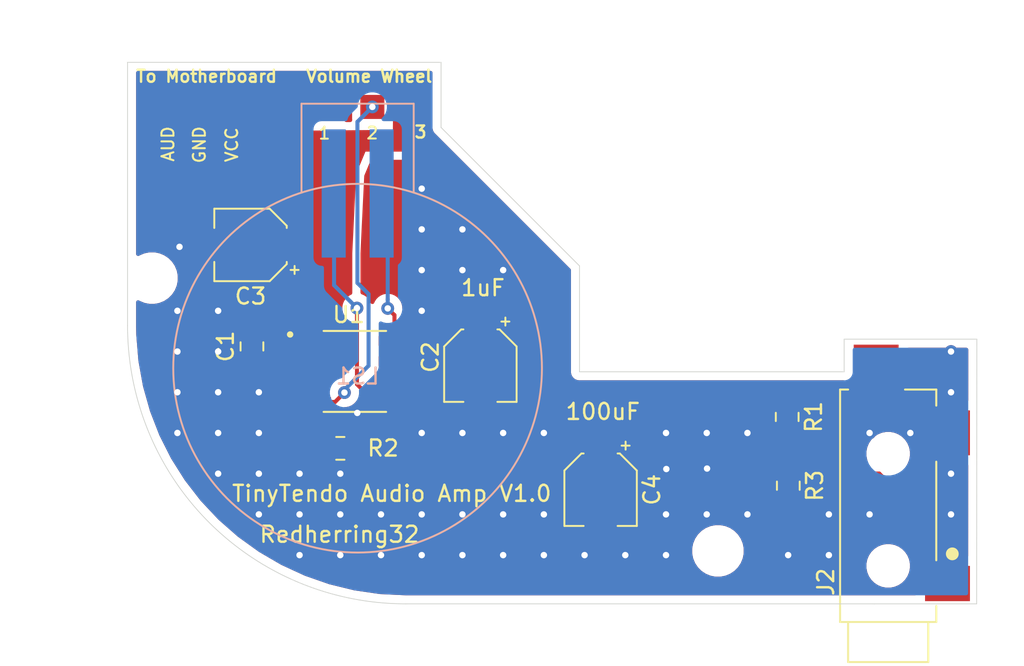
<source format=kicad_pcb>
(kicad_pcb (version 20171130) (host pcbnew "(5.1.10)-1")

  (general
    (thickness 1.6)
    (drawings 22)
    (tracks 124)
    (zones 0)
    (modules 14)
    (nets 12)
  )

  (page A4)
  (layers
    (0 F.Cu signal)
    (31 B.Cu signal)
    (32 B.Adhes user)
    (33 F.Adhes user)
    (34 B.Paste user)
    (35 F.Paste user)
    (36 B.SilkS user)
    (37 F.SilkS user)
    (38 B.Mask user)
    (39 F.Mask user)
    (40 Dwgs.User user)
    (41 Cmts.User user)
    (42 Eco1.User user)
    (43 Eco2.User user)
    (44 Edge.Cuts user)
    (45 Margin user)
    (46 B.CrtYd user)
    (47 F.CrtYd user)
    (48 B.Fab user)
    (49 F.Fab user)
  )

  (setup
    (last_trace_width 0.25)
    (trace_clearance 0.2)
    (zone_clearance 0.508)
    (zone_45_only no)
    (trace_min 0.2)
    (via_size 0.8)
    (via_drill 0.4)
    (via_min_size 0.4)
    (via_min_drill 0.3)
    (uvia_size 0.3)
    (uvia_drill 0.1)
    (uvias_allowed no)
    (uvia_min_size 0.2)
    (uvia_min_drill 0.1)
    (edge_width 0.05)
    (segment_width 0.2)
    (pcb_text_width 0.3)
    (pcb_text_size 1.5 1.5)
    (mod_edge_width 0.12)
    (mod_text_size 1 1)
    (mod_text_width 0.15)
    (pad_size 1.5 1.5)
    (pad_drill 0)
    (pad_to_mask_clearance 0.051)
    (solder_mask_min_width 0.25)
    (aux_axis_origin 0 0)
    (visible_elements 7FFFFFFF)
    (pcbplotparams
      (layerselection 0x010fc_ffffffff)
      (usegerberextensions false)
      (usegerberattributes false)
      (usegerberadvancedattributes false)
      (creategerberjobfile false)
      (excludeedgelayer true)
      (linewidth 0.100000)
      (plotframeref false)
      (viasonmask false)
      (mode 1)
      (useauxorigin false)
      (hpglpennumber 1)
      (hpglpenspeed 20)
      (hpglpendiameter 15.000000)
      (psnegative false)
      (psa4output false)
      (plotreference true)
      (plotvalue true)
      (plotinvisibletext false)
      (padsonsilk false)
      (subtractmaskfromsilk false)
      (outputformat 1)
      (mirror false)
      (drillshape 0)
      (scaleselection 1)
      (outputdirectory "../../../Extract for gerbers/"))
  )

  (net 0 "")
  (net 1 "Net-(C1-Pad2)")
  (net 2 "Net-(C1-Pad1)")
  (net 3 /GND)
  (net 4 "Net-(C2-Pad1)")
  (net 5 "Net-(C4-Pad2)")
  (net 6 "Net-(C4-Pad1)")
  (net 7 "Net-(J2-Pad10)")
  (net 8 "Net-(LS1-Pad2)")
  (net 9 /VDD)
  (net 10 "Net-(R2-Pad2)")
  (net 11 "Net-(RV1-Pad2)")

  (net_class Default "This is the default net class."
    (clearance 0.2)
    (trace_width 0.25)
    (via_dia 0.8)
    (via_drill 0.4)
    (uvia_dia 0.3)
    (uvia_drill 0.1)
    (add_net /GND)
    (add_net /VDD)
    (add_net "Net-(C1-Pad1)")
    (add_net "Net-(C1-Pad2)")
    (add_net "Net-(C2-Pad1)")
    (add_net "Net-(C4-Pad1)")
    (add_net "Net-(C4-Pad2)")
    (add_net "Net-(J2-Pad10)")
    (add_net "Net-(LS1-Pad2)")
    (add_net "Net-(R2-Pad2)")
    (add_net "Net-(RV1-Pad2)")
  )

  (module TinyTendo-Audio-Amp:AUD-IN (layer F.Cu) (tedit 61F5CD1B) (tstamp 60E73B3A)
    (at 2.5 -31)
    (path /60DEBF76)
    (fp_text reference J1 (at -4.35 1.42) (layer F.SilkS) hide
      (effects (font (size 1 1) (thickness 0.15)))
    )
    (fp_text value Conn_Coaxial (at 0 -0.5) (layer F.Fab)
      (effects (font (size 1 1) (thickness 0.15)))
    )
    (pad 3 smd rect (at 4 0) (size 1.5 1.5) (layers F.Cu F.Paste F.Mask)
      (net 9 /VDD))
    (pad 2 smd rect (at 2 0) (size 1.5 1.5) (layers F.Cu F.Paste F.Mask)
      (net 3 /GND))
    (pad 1 smd rect (at 0 0) (size 1.5 1.5) (layers F.Cu F.Paste F.Mask)
      (net 1 "Net-(C1-Pad2)"))
  )

  (module TinyTendo-Audio-Amp:VolPot (layer F.Cu) (tedit 61F5C8F4) (tstamp 60E73BB3)
    (at 18.27 -31 180)
    (path /60DE5FCC)
    (fp_text reference "Volume Wheel" (at 3.2 1.91) (layer F.SilkS)
      (effects (font (size 0.75 0.75) (thickness 0.15)))
    )
    (fp_text value 10K (at 4.19 4.05) (layer F.Fab)
      (effects (font (size 1 1) (thickness 0.15)))
    )
    (pad 3 smd rect (at 6 0 180) (size 1.5 1.5) (layers F.Cu F.Paste F.Mask)
      (net 3 /GND))
    (pad 2 smd rect (at 3 0 180) (size 1.5 1.5) (layers F.Cu F.Paste F.Mask)
      (net 11 "Net-(RV1-Pad2)"))
    (pad 1 smd rect (at 0 0 180) (size 1.5 1.5) (layers F.Cu F.Paste F.Mask)
      (net 9 /VDD))
  )

  (module TinyTendo-Audio-Amp:Speaker (layer F.Cu) (tedit 61F5C63E) (tstamp 60E73B79)
    (at 14.35 -14.7)
    (path /60DE909D)
    (fp_text reference LS1 (at 0 0.5) (layer B.SilkS)
      (effects (font (size 1 1) (thickness 0.15)) (justify mirror))
    )
    (fp_text value Speaker (at 0 -0.5) (layer F.Fab)
      (effects (font (size 1 1) (thickness 0.15)))
    )
    (fp_line (start -3.5 -16.5) (end -3.5 -11) (layer B.SilkS) (width 0.12))
    (fp_line (start 0 -16.5) (end -3.5 -16.5) (layer B.SilkS) (width 0.12))
    (fp_line (start 3.5 -16.5) (end 3.5 -11) (layer B.SilkS) (width 0.12))
    (fp_line (start 0 -16.5) (end 3.5 -16.5) (layer B.SilkS) (width 0.12))
    (fp_circle (center 0 0) (end 11.5 0) (layer B.SilkS) (width 0.12))
    (pad 2 smd rect (at 1.5 -10.9) (size 1.5 8) (layers B.Cu B.Paste B.Mask)
      (net 8 "Net-(LS1-Pad2)"))
    (pad 1 smd rect (at -1.49 -10.9) (size 1.5 8) (layers B.Cu B.Paste B.Mask)
      (net 6 "Net-(C4-Pad1)"))
  )

  (module MountingHole:MountingHole_2.2mm_M2 (layer F.Cu) (tedit 56D1B4CB) (tstamp 60E7780D)
    (at 36.83 -3.302)
    (descr "Mounting Hole 2.2mm, no annular, M2")
    (tags "mounting hole 2.2mm no annular m2")
    (attr virtual)
    (fp_text reference " " (at 0 -3.2) (layer F.SilkS)
      (effects (font (size 1 1) (thickness 0.15)))
    )
    (fp_text value MountingHole_2.2mm_M2 (at 0 3.2) (layer F.Fab)
      (effects (font (size 1 1) (thickness 0.15)))
    )
    (fp_circle (center 0 0) (end 2.45 0) (layer F.CrtYd) (width 0.05))
    (fp_circle (center 0 0) (end 2.2 0) (layer Cmts.User) (width 0.15))
    (fp_text user %R (at 0.3 0) (layer F.Fab)
      (effects (font (size 1 1) (thickness 0.15)))
    )
    (pad 1 np_thru_hole circle (at 0 0) (size 2.2 2.2) (drill 2.2) (layers *.Cu *.Mask))
  )

  (module MountingHole:MountingHole_2.2mm_M2 (layer F.Cu) (tedit 56D1B4CB) (tstamp 60E777F0)
    (at 1.524 -20.32)
    (descr "Mounting Hole 2.2mm, no annular, M2")
    (tags "mounting hole 2.2mm no annular m2")
    (attr virtual)
    (fp_text reference " " (at 0 -3.2) (layer F.SilkS)
      (effects (font (size 1 1) (thickness 0.15)))
    )
    (fp_text value MountingHole_2.2mm_M2 (at 0 3.2) (layer F.Fab)
      (effects (font (size 1 1) (thickness 0.15)))
    )
    (fp_circle (center 0 0) (end 2.45 0) (layer F.CrtYd) (width 0.05))
    (fp_circle (center 0 0) (end 2.2 0) (layer Cmts.User) (width 0.15))
    (fp_text user %R (at 0.3 0) (layer F.Fab)
      (effects (font (size 1 1) (thickness 0.15)))
    )
    (pad 1 np_thru_hole circle (at 0 0) (size 2.2 2.2) (drill 2.2) (layers *.Cu *.Mask))
  )

  (module AudioAmp:CUI_MJ-3523-SMT (layer F.Cu) (tedit 61BB759A) (tstamp 60E73B6E)
    (at 47.45 -6.118 270)
    (path /60DF71A7)
    (fp_text reference J2 (at 4.748 3.89 90) (layer F.SilkS)
      (effects (font (size 1.001882 1.001882) (thickness 0.15)))
    )
    (fp_text value MJ-3523-SMT (at 2.556575 4.237645 90) (layer F.Fab)
      (effects (font (size 1.000622 1.000622) (thickness 0.15)))
    )
    (fp_line (start 7.25 -3) (end 7.25 -2.5) (layer F.Fab) (width 0.127))
    (fp_line (start 7.25 -2.5) (end 7.25 2.5) (layer F.Fab) (width 0.127))
    (fp_line (start 7.25 2.5) (end 7.25 3) (layer F.Fab) (width 0.127))
    (fp_line (start 7.25 3) (end -7.25 3) (layer F.Fab) (width 0.127))
    (fp_line (start -7.25 3) (end -7.25 -3) (layer F.Fab) (width 0.127))
    (fp_line (start -7.25 -3) (end 7.25 -3) (layer F.Fab) (width 0.127))
    (fp_line (start 7.25 -2.5) (end 9.75 -2.5) (layer F.Fab) (width 0.127))
    (fp_line (start 9.75 -2.5) (end 9.75 2.5) (layer F.Fab) (width 0.127))
    (fp_line (start 9.75 2.5) (end 7.25 2.5) (layer F.Fab) (width 0.127))
    (fp_line (start -6.25 -3) (end -7.25 -3) (layer F.SilkS) (width 0.127))
    (fp_line (start -7.25 -3) (end -7.25 -1.05) (layer F.SilkS) (width 0.127))
    (fp_line (start -7.25 2.5) (end -7.25 3) (layer F.SilkS) (width 0.127))
    (fp_line (start -7.25 3) (end 7.25 3) (layer F.SilkS) (width 0.127))
    (fp_line (start 7.25 3) (end 7.25 2.5) (layer F.SilkS) (width 0.127))
    (fp_line (start 7.25 2.5) (end 7.25 -2.5) (layer F.SilkS) (width 0.127))
    (fp_line (start 7.25 -2.5) (end 7.25 -3) (layer F.SilkS) (width 0.127))
    (fp_line (start 7.25 -3) (end 6.25 -3) (layer F.SilkS) (width 0.127))
    (fp_line (start 3.4 -3) (end -2.75 -3) (layer F.SilkS) (width 0.127))
    (fp_line (start 7.25 -2.5) (end 9.75 -2.5) (layer F.SilkS) (width 0.127))
    (fp_line (start 9.75 -2.5) (end 9.75 2.5) (layer F.SilkS) (width 0.127))
    (fp_line (start 9.75 2.5) (end 7.25 2.5) (layer F.SilkS) (width 0.127))
    (fp_line (start -7.5 -3.25) (end -6.25 -3.25) (layer F.CrtYd) (width 0.05))
    (fp_line (start -6.25 -3.25) (end -6.25 -5.35) (layer F.CrtYd) (width 0.05))
    (fp_line (start -6.25 -5.35) (end -2.9 -5.35) (layer F.CrtYd) (width 0.05))
    (fp_line (start -2.9 -5.35) (end -2.9 -3.25) (layer F.CrtYd) (width 0.05))
    (fp_line (start -2.9 -3.25) (end 3.5 -3.25) (layer F.CrtYd) (width 0.05))
    (fp_line (start 3.5 -3.25) (end 3.5 -5.35) (layer F.CrtYd) (width 0.05))
    (fp_line (start 3.5 -5.35) (end 6.25 -5.35) (layer F.CrtYd) (width 0.05))
    (fp_line (start 6.25 -5.35) (end 6.25 -3.25) (layer F.CrtYd) (width 0.05))
    (fp_line (start 6.25 -3.25) (end 7.5 -3.25) (layer F.CrtYd) (width 0.05))
    (fp_line (start 7.5 -3.25) (end 7.5 -2.75) (layer F.CrtYd) (width 0.05))
    (fp_line (start 7.5 -2.75) (end 10 -2.75) (layer F.CrtYd) (width 0.05))
    (fp_line (start 10 -2.75) (end 10 2.75) (layer F.CrtYd) (width 0.05))
    (fp_line (start 10 2.75) (end 7.5 2.75) (layer F.CrtYd) (width 0.05))
    (fp_line (start 7.5 2.75) (end 7.5 3.25) (layer F.CrtYd) (width 0.05))
    (fp_line (start 7.5 3.25) (end -7.5 3.25) (layer F.CrtYd) (width 0.05))
    (fp_line (start -7.5 3.25) (end -7.5 2.4) (layer F.CrtYd) (width 0.05))
    (fp_line (start -7.5 2.4) (end -10.25 2.4) (layer F.CrtYd) (width 0.05))
    (fp_line (start -10.25 2.4) (end -10.25 -0.9) (layer F.CrtYd) (width 0.05))
    (fp_line (start -10.25 -0.9) (end -7.5 -0.9) (layer F.CrtYd) (width 0.05))
    (fp_line (start -7.5 -0.9) (end -7.5 -3.25) (layer F.CrtYd) (width 0.05))
    (fp_circle (center 3 -4) (end 3.2 -4) (layer F.SilkS) (width 0.4))
    (fp_circle (center 4.75 -4.25) (end 4.95 -4.25) (layer F.Fab) (width 0.4))
    (pad 1 smd rect (at 4.85 -3.7 270) (size 2.2 2.8) (layers F.Cu F.Paste F.Mask)
      (net 3 /GND))
    (pad 2 smd rect (at -4.55 -3.7 270) (size 2.8 2.8) (layers F.Cu F.Paste F.Mask)
      (net 5 "Net-(C4-Pad2)"))
    (pad 10 smd rect (at -8.65 0.75 270) (size 2.8 2.8) (layers F.Cu F.Paste F.Mask)
      (net 7 "Net-(J2-Pad10)"))
    (pad None np_thru_hole circle (at 3.75 0 270) (size 1.7 1.7) (drill 1.7) (layers *.Cu *.Mask))
    (pad None np_thru_hole circle (at -3.25 0 270) (size 1.7 1.7) (drill 1.7) (layers *.Cu *.Mask))
    (model ${KIPRJMOD}/CUI_DEVICES_MJ-3523-SMT-TR.step
      (offset (xyz 7.25 0 0))
      (scale (xyz 1 1 1))
      (rotate (xyz -90 0 180))
    )
  )

  (module Resistor_SMD:R_0805_2012Metric (layer F.Cu) (tedit 5B36C52B) (tstamp 60E73B9B)
    (at 13.2725 -9.7 180)
    (descr "Resistor SMD 0805 (2012 Metric), square (rectangular) end terminal, IPC_7351 nominal, (Body size source: https://docs.google.com/spreadsheets/d/1BsfQQcO9C6DZCsRaXUlFlo91Tg2WpOkGARC1WS5S8t0/edit?usp=sharing), generated with kicad-footprint-generator")
    (tags resistor)
    (path /60DE8AF7)
    (attr smd)
    (fp_text reference R2 (at -2.6675 0.01) (layer F.SilkS)
      (effects (font (size 1 1) (thickness 0.15)))
    )
    (fp_text value 100K (at 0 1.65) (layer F.Fab)
      (effects (font (size 1 1) (thickness 0.15)))
    )
    (fp_line (start 1.68 0.95) (end -1.68 0.95) (layer F.CrtYd) (width 0.05))
    (fp_line (start 1.68 -0.95) (end 1.68 0.95) (layer F.CrtYd) (width 0.05))
    (fp_line (start -1.68 -0.95) (end 1.68 -0.95) (layer F.CrtYd) (width 0.05))
    (fp_line (start -1.68 0.95) (end -1.68 -0.95) (layer F.CrtYd) (width 0.05))
    (fp_line (start -0.258578 0.71) (end 0.258578 0.71) (layer F.SilkS) (width 0.12))
    (fp_line (start -0.258578 -0.71) (end 0.258578 -0.71) (layer F.SilkS) (width 0.12))
    (fp_line (start 1 0.6) (end -1 0.6) (layer F.Fab) (width 0.1))
    (fp_line (start 1 -0.6) (end 1 0.6) (layer F.Fab) (width 0.1))
    (fp_line (start -1 -0.6) (end 1 -0.6) (layer F.Fab) (width 0.1))
    (fp_line (start -1 0.6) (end -1 -0.6) (layer F.Fab) (width 0.1))
    (fp_text user %R (at 0 0) (layer F.Fab)
      (effects (font (size 0.5 0.5) (thickness 0.08)))
    )
    (pad 2 smd roundrect (at 0.9375 0 180) (size 0.975 1.4) (layers F.Cu F.Paste F.Mask) (roundrect_rratio 0.25)
      (net 10 "Net-(R2-Pad2)"))
    (pad 1 smd roundrect (at -0.9375 0 180) (size 0.975 1.4) (layers F.Cu F.Paste F.Mask) (roundrect_rratio 0.25)
      (net 7 "Net-(J2-Pad10)"))
    (model ${KISYS3DMOD}/Resistor_SMD.3dshapes/R_0805_2012Metric.wrl
      (at (xyz 0 0 0))
      (scale (xyz 1 1 1))
      (rotate (xyz 0 0 0))
    )
  )

  (module AudioAmp:SOIC127P599X175-8N (layer F.Cu) (tedit 60DE4952) (tstamp 60E73BCB)
    (at 14.18 -14.5)
    (path /60DFD917)
    (fp_text reference U1 (at -0.385 -3.537) (layer F.SilkS)
      (effects (font (size 1 1) (thickness 0.15)))
    )
    (fp_text value LM4865M (at 7.87 3.537) (layer F.Fab)
      (effects (font (size 1 1) (thickness 0.15)))
    )
    (fp_line (start 3.705 -2.7025) (end 3.705 2.7025) (layer F.CrtYd) (width 0.05))
    (fp_line (start -3.705 -2.7025) (end -3.705 2.7025) (layer F.CrtYd) (width 0.05))
    (fp_line (start -3.705 2.7025) (end 3.705 2.7025) (layer F.CrtYd) (width 0.05))
    (fp_line (start -3.705 -2.7025) (end 3.705 -2.7025) (layer F.CrtYd) (width 0.05))
    (fp_line (start 1.95 -2.4525) (end 1.95 2.4525) (layer F.Fab) (width 0.127))
    (fp_line (start -1.95 -2.4525) (end -1.95 2.4525) (layer F.Fab) (width 0.127))
    (fp_line (start -1.95 2.525) (end 1.95 2.525) (layer F.SilkS) (width 0.127))
    (fp_line (start -1.95 -2.525) (end 1.95 -2.525) (layer F.SilkS) (width 0.127))
    (fp_line (start -1.95 2.4525) (end 1.95 2.4525) (layer F.Fab) (width 0.127))
    (fp_line (start -1.95 -2.4525) (end 1.95 -2.4525) (layer F.Fab) (width 0.127))
    (fp_circle (center -4.04 -2.305) (end -3.94 -2.305) (layer F.Fab) (width 0.2))
    (fp_circle (center -4.04 -2.305) (end -3.94 -2.305) (layer F.SilkS) (width 0.2))
    (pad 8 smd rect (at 2.47 -1.905) (size 1.97 0.6) (layers F.Cu F.Paste F.Mask)
      (net 8 "Net-(LS1-Pad2)"))
    (pad 7 smd rect (at 2.47 -0.635) (size 1.97 0.6) (layers F.Cu F.Paste F.Mask)
      (net 4 "Net-(C2-Pad1)"))
    (pad 6 smd rect (at 2.47 0.635) (size 1.97 0.6) (layers F.Cu F.Paste F.Mask)
      (net 3 /GND))
    (pad 5 smd rect (at 2.47 1.905) (size 1.97 0.6) (layers F.Cu F.Paste F.Mask)
      (net 6 "Net-(C4-Pad1)"))
    (pad 4 smd rect (at -2.47 1.905) (size 1.97 0.6) (layers F.Cu F.Paste F.Mask)
      (net 11 "Net-(RV1-Pad2)"))
    (pad 3 smd rect (at -2.47 0.635) (size 1.97 0.6) (layers F.Cu F.Paste F.Mask)
      (net 10 "Net-(R2-Pad2)"))
    (pad 2 smd rect (at -2.47 -0.635) (size 1.97 0.6) (layers F.Cu F.Paste F.Mask)
      (net 2 "Net-(C1-Pad1)"))
    (pad 1 smd rect (at -2.47 -1.905) (size 1.97 0.6) (layers F.Cu F.Paste F.Mask)
      (net 9 /VDD))
    (model ${KISYS3DMOD}/Package_SO.3dshapes/SOIC-8_3.9x4.9mm_P1.27mm.step
      (at (xyz 0 0 0))
      (scale (xyz 1 1 1))
      (rotate (xyz 0 0 0))
    )
  )

  (module Resistor_SMD:R_0805_2012Metric (layer F.Cu) (tedit 61BB7594) (tstamp 60E73BAC)
    (at 41.22 -7.37 270)
    (descr "Resistor SMD 0805 (2012 Metric), square (rectangular) end terminal, IPC_7351 nominal, (Body size source: https://docs.google.com/spreadsheets/d/1BsfQQcO9C6DZCsRaXUlFlo91Tg2WpOkGARC1WS5S8t0/edit?usp=sharing), generated with kicad-footprint-generator")
    (tags resistor)
    (path /60DE8E1B)
    (attr smd)
    (fp_text reference R3 (at 0 -1.65 90) (layer F.SilkS)
      (effects (font (size 1 1) (thickness 0.15)))
    )
    (fp_text value 150R (at 0 1.65 90) (layer F.Fab)
      (effects (font (size 1 1) (thickness 0.15)))
    )
    (fp_line (start 1.68 0.95) (end -1.68 0.95) (layer F.CrtYd) (width 0.05))
    (fp_line (start 1.68 -0.95) (end 1.68 0.95) (layer F.CrtYd) (width 0.05))
    (fp_line (start -1.68 -0.95) (end 1.68 -0.95) (layer F.CrtYd) (width 0.05))
    (fp_line (start -1.68 0.95) (end -1.68 -0.95) (layer F.CrtYd) (width 0.05))
    (fp_line (start -0.258578 0.71) (end 0.258578 0.71) (layer F.SilkS) (width 0.12))
    (fp_line (start -0.258578 -0.71) (end 0.258578 -0.71) (layer F.SilkS) (width 0.12))
    (fp_line (start 1 0.6) (end -1 0.6) (layer F.Fab) (width 0.1))
    (fp_line (start 1 -0.6) (end 1 0.6) (layer F.Fab) (width 0.1))
    (fp_line (start -1 -0.6) (end 1 -0.6) (layer F.Fab) (width 0.1))
    (fp_line (start -1 0.6) (end -1 -0.6) (layer F.Fab) (width 0.1))
    (fp_text user %R (at 0 0 90) (layer F.Fab)
      (effects (font (size 0.5 0.5) (thickness 0.08)))
    )
    (pad 2 smd roundrect (at 0.9375 0 270) (size 0.975 1.4) (layers F.Cu F.Paste F.Mask) (roundrect_rratio 0.25)
      (net 3 /GND))
    (pad 1 smd roundrect (at -0.9375 0 270) (size 0.975 1.4) (layers F.Cu F.Paste F.Mask) (roundrect_rratio 0.25)
      (net 5 "Net-(C4-Pad2)"))
    (model ${KISYS3DMOD}/Resistor_SMD.3dshapes/R_0805_2012Metric.wrl
      (at (xyz 0 0 0))
      (scale (xyz 1 1 1))
      (rotate (xyz 0 0 0))
    )
  )

  (module Resistor_SMD:R_0805_2012Metric (layer F.Cu) (tedit 5B36C52B) (tstamp 60E73B8A)
    (at 41.15 -11.66 270)
    (descr "Resistor SMD 0805 (2012 Metric), square (rectangular) end terminal, IPC_7351 nominal, (Body size source: https://docs.google.com/spreadsheets/d/1BsfQQcO9C6DZCsRaXUlFlo91Tg2WpOkGARC1WS5S8t0/edit?usp=sharing), generated with kicad-footprint-generator")
    (tags resistor)
    (path /60DE86CF)
    (attr smd)
    (fp_text reference R1 (at 0 -1.65 90) (layer F.SilkS)
      (effects (font (size 1 1) (thickness 0.15)))
    )
    (fp_text value 100K (at 0 1.65 90) (layer F.Fab)
      (effects (font (size 1 1) (thickness 0.15)))
    )
    (fp_line (start 1.68 0.95) (end -1.68 0.95) (layer F.CrtYd) (width 0.05))
    (fp_line (start 1.68 -0.95) (end 1.68 0.95) (layer F.CrtYd) (width 0.05))
    (fp_line (start -1.68 -0.95) (end 1.68 -0.95) (layer F.CrtYd) (width 0.05))
    (fp_line (start -1.68 0.95) (end -1.68 -0.95) (layer F.CrtYd) (width 0.05))
    (fp_line (start -0.258578 0.71) (end 0.258578 0.71) (layer F.SilkS) (width 0.12))
    (fp_line (start -0.258578 -0.71) (end 0.258578 -0.71) (layer F.SilkS) (width 0.12))
    (fp_line (start 1 0.6) (end -1 0.6) (layer F.Fab) (width 0.1))
    (fp_line (start 1 -0.6) (end 1 0.6) (layer F.Fab) (width 0.1))
    (fp_line (start -1 -0.6) (end 1 -0.6) (layer F.Fab) (width 0.1))
    (fp_line (start -1 0.6) (end -1 -0.6) (layer F.Fab) (width 0.1))
    (fp_text user %R (at 0 0 90) (layer F.Fab)
      (effects (font (size 0.5 0.5) (thickness 0.08)))
    )
    (pad 2 smd roundrect (at 0.9375 0 270) (size 0.975 1.4) (layers F.Cu F.Paste F.Mask) (roundrect_rratio 0.25)
      (net 7 "Net-(J2-Pad10)"))
    (pad 1 smd roundrect (at -0.9375 0 270) (size 0.975 1.4) (layers F.Cu F.Paste F.Mask) (roundrect_rratio 0.25)
      (net 9 /VDD))
    (model ${KISYS3DMOD}/Resistor_SMD.3dshapes/R_0805_2012Metric.wrl
      (at (xyz 0 0 0))
      (scale (xyz 1 1 1))
      (rotate (xyz 0 0 0))
    )
  )

  (module Capacitor_SMD:CP_Elec_4x5.8 (layer F.Cu) (tedit 5BCA39CF) (tstamp 60E73B34)
    (at 29.51 -7.12 270)
    (descr "SMD capacitor, aluminum electrolytic, Panasonic, 4.0x5.8mm")
    (tags "capacitor electrolytic")
    (path /60DE77AF)
    (attr smd)
    (fp_text reference C4 (at 0 -3.2 90) (layer F.SilkS)
      (effects (font (size 1 1) (thickness 0.15)))
    )
    (fp_text value 100uF (at -4.87 -0.14 180) (layer F.SilkS)
      (effects (font (size 1 1) (thickness 0.15)))
    )
    (fp_line (start -3.35 1.05) (end -2.4 1.05) (layer F.CrtYd) (width 0.05))
    (fp_line (start -3.35 -1.05) (end -3.35 1.05) (layer F.CrtYd) (width 0.05))
    (fp_line (start -2.4 -1.05) (end -3.35 -1.05) (layer F.CrtYd) (width 0.05))
    (fp_line (start -2.4 1.05) (end -2.4 1.25) (layer F.CrtYd) (width 0.05))
    (fp_line (start -2.4 -1.25) (end -2.4 -1.05) (layer F.CrtYd) (width 0.05))
    (fp_line (start -2.4 -1.25) (end -1.25 -2.4) (layer F.CrtYd) (width 0.05))
    (fp_line (start -2.4 1.25) (end -1.25 2.4) (layer F.CrtYd) (width 0.05))
    (fp_line (start -1.25 -2.4) (end 2.4 -2.4) (layer F.CrtYd) (width 0.05))
    (fp_line (start -1.25 2.4) (end 2.4 2.4) (layer F.CrtYd) (width 0.05))
    (fp_line (start 2.4 1.05) (end 2.4 2.4) (layer F.CrtYd) (width 0.05))
    (fp_line (start 3.35 1.05) (end 2.4 1.05) (layer F.CrtYd) (width 0.05))
    (fp_line (start 3.35 -1.05) (end 3.35 1.05) (layer F.CrtYd) (width 0.05))
    (fp_line (start 2.4 -1.05) (end 3.35 -1.05) (layer F.CrtYd) (width 0.05))
    (fp_line (start 2.4 -2.4) (end 2.4 -1.05) (layer F.CrtYd) (width 0.05))
    (fp_line (start -2.75 -1.81) (end -2.75 -1.31) (layer F.SilkS) (width 0.12))
    (fp_line (start -3 -1.56) (end -2.5 -1.56) (layer F.SilkS) (width 0.12))
    (fp_line (start -2.26 1.195563) (end -1.195563 2.26) (layer F.SilkS) (width 0.12))
    (fp_line (start -2.26 -1.195563) (end -1.195563 -2.26) (layer F.SilkS) (width 0.12))
    (fp_line (start -2.26 -1.195563) (end -2.26 -1.06) (layer F.SilkS) (width 0.12))
    (fp_line (start -2.26 1.195563) (end -2.26 1.06) (layer F.SilkS) (width 0.12))
    (fp_line (start -1.195563 2.26) (end 2.26 2.26) (layer F.SilkS) (width 0.12))
    (fp_line (start -1.195563 -2.26) (end 2.26 -2.26) (layer F.SilkS) (width 0.12))
    (fp_line (start 2.26 -2.26) (end 2.26 -1.06) (layer F.SilkS) (width 0.12))
    (fp_line (start 2.26 2.26) (end 2.26 1.06) (layer F.SilkS) (width 0.12))
    (fp_line (start -1.374773 -1.2) (end -1.374773 -0.8) (layer F.Fab) (width 0.1))
    (fp_line (start -1.574773 -1) (end -1.174773 -1) (layer F.Fab) (width 0.1))
    (fp_line (start -2.15 1.15) (end -1.15 2.15) (layer F.Fab) (width 0.1))
    (fp_line (start -2.15 -1.15) (end -1.15 -2.15) (layer F.Fab) (width 0.1))
    (fp_line (start -2.15 -1.15) (end -2.15 1.15) (layer F.Fab) (width 0.1))
    (fp_line (start -1.15 2.15) (end 2.15 2.15) (layer F.Fab) (width 0.1))
    (fp_line (start -1.15 -2.15) (end 2.15 -2.15) (layer F.Fab) (width 0.1))
    (fp_line (start 2.15 -2.15) (end 2.15 2.15) (layer F.Fab) (width 0.1))
    (fp_circle (center 0 0) (end 2 0) (layer F.Fab) (width 0.1))
    (fp_text user %R (at 0 0 90) (layer F.Fab)
      (effects (font (size 0.8 0.8) (thickness 0.12)))
    )
    (pad 2 smd roundrect (at 1.8 0 270) (size 2.6 1.6) (layers F.Cu F.Paste F.Mask) (roundrect_rratio 0.15625)
      (net 5 "Net-(C4-Pad2)"))
    (pad 1 smd roundrect (at -1.8 0 270) (size 2.6 1.6) (layers F.Cu F.Paste F.Mask) (roundrect_rratio 0.15625)
      (net 6 "Net-(C4-Pad1)"))
    (model ${KISYS3DMOD}/Capacitor_SMD.3dshapes/CP_Elec_4x5.8.wrl
      (at (xyz 0 0 0))
      (scale (xyz 1 1 1))
      (rotate (xyz 0 0 0))
    )
  )

  (module Capacitor_SMD:CP_Elec_4x5.8 (layer F.Cu) (tedit 5BCA39CF) (tstamp 60E73B0C)
    (at 7.67 -22.39 180)
    (descr "SMD capacitor, aluminum electrolytic, Panasonic, 4.0x5.8mm")
    (tags "capacitor electrolytic")
    (path /60DE749D)
    (attr smd)
    (fp_text reference C3 (at 0 -3.2) (layer F.SilkS)
      (effects (font (size 1 1) (thickness 0.15)))
    )
    (fp_text value 1uF (at 0 3.2) (layer F.Fab)
      (effects (font (size 1 1) (thickness 0.15)))
    )
    (fp_line (start -3.35 1.05) (end -2.4 1.05) (layer F.CrtYd) (width 0.05))
    (fp_line (start -3.35 -1.05) (end -3.35 1.05) (layer F.CrtYd) (width 0.05))
    (fp_line (start -2.4 -1.05) (end -3.35 -1.05) (layer F.CrtYd) (width 0.05))
    (fp_line (start -2.4 1.05) (end -2.4 1.25) (layer F.CrtYd) (width 0.05))
    (fp_line (start -2.4 -1.25) (end -2.4 -1.05) (layer F.CrtYd) (width 0.05))
    (fp_line (start -2.4 -1.25) (end -1.25 -2.4) (layer F.CrtYd) (width 0.05))
    (fp_line (start -2.4 1.25) (end -1.25 2.4) (layer F.CrtYd) (width 0.05))
    (fp_line (start -1.25 -2.4) (end 2.4 -2.4) (layer F.CrtYd) (width 0.05))
    (fp_line (start -1.25 2.4) (end 2.4 2.4) (layer F.CrtYd) (width 0.05))
    (fp_line (start 2.4 1.05) (end 2.4 2.4) (layer F.CrtYd) (width 0.05))
    (fp_line (start 3.35 1.05) (end 2.4 1.05) (layer F.CrtYd) (width 0.05))
    (fp_line (start 3.35 -1.05) (end 3.35 1.05) (layer F.CrtYd) (width 0.05))
    (fp_line (start 2.4 -1.05) (end 3.35 -1.05) (layer F.CrtYd) (width 0.05))
    (fp_line (start 2.4 -2.4) (end 2.4 -1.05) (layer F.CrtYd) (width 0.05))
    (fp_line (start -2.75 -1.81) (end -2.75 -1.31) (layer F.SilkS) (width 0.12))
    (fp_line (start -3 -1.56) (end -2.5 -1.56) (layer F.SilkS) (width 0.12))
    (fp_line (start -2.26 1.195563) (end -1.195563 2.26) (layer F.SilkS) (width 0.12))
    (fp_line (start -2.26 -1.195563) (end -1.195563 -2.26) (layer F.SilkS) (width 0.12))
    (fp_line (start -2.26 -1.195563) (end -2.26 -1.06) (layer F.SilkS) (width 0.12))
    (fp_line (start -2.26 1.195563) (end -2.26 1.06) (layer F.SilkS) (width 0.12))
    (fp_line (start -1.195563 2.26) (end 2.26 2.26) (layer F.SilkS) (width 0.12))
    (fp_line (start -1.195563 -2.26) (end 2.26 -2.26) (layer F.SilkS) (width 0.12))
    (fp_line (start 2.26 -2.26) (end 2.26 -1.06) (layer F.SilkS) (width 0.12))
    (fp_line (start 2.26 2.26) (end 2.26 1.06) (layer F.SilkS) (width 0.12))
    (fp_line (start -1.374773 -1.2) (end -1.374773 -0.8) (layer F.Fab) (width 0.1))
    (fp_line (start -1.574773 -1) (end -1.174773 -1) (layer F.Fab) (width 0.1))
    (fp_line (start -2.15 1.15) (end -1.15 2.15) (layer F.Fab) (width 0.1))
    (fp_line (start -2.15 -1.15) (end -1.15 -2.15) (layer F.Fab) (width 0.1))
    (fp_line (start -2.15 -1.15) (end -2.15 1.15) (layer F.Fab) (width 0.1))
    (fp_line (start -1.15 2.15) (end 2.15 2.15) (layer F.Fab) (width 0.1))
    (fp_line (start -1.15 -2.15) (end 2.15 -2.15) (layer F.Fab) (width 0.1))
    (fp_line (start 2.15 -2.15) (end 2.15 2.15) (layer F.Fab) (width 0.1))
    (fp_circle (center 0 0) (end 2 0) (layer F.Fab) (width 0.1))
    (fp_text user %R (at 0 0) (layer F.Fab)
      (effects (font (size 0.8 0.8) (thickness 0.12)))
    )
    (pad 2 smd roundrect (at 1.8 0 180) (size 2.6 1.6) (layers F.Cu F.Paste F.Mask) (roundrect_rratio 0.15625)
      (net 3 /GND))
    (pad 1 smd roundrect (at -1.8 0 180) (size 2.6 1.6) (layers F.Cu F.Paste F.Mask) (roundrect_rratio 0.15625)
      (net 9 /VDD))
    (model ${KISYS3DMOD}/Capacitor_SMD.3dshapes/CP_Elec_4x5.8.wrl
      (at (xyz 0 0 0))
      (scale (xyz 1 1 1))
      (rotate (xyz 0 0 0))
    )
  )

  (module Capacitor_SMD:CP_Elec_4x5.8 (layer F.Cu) (tedit 5BCA39CF) (tstamp 60E73AE4)
    (at 22.01 -14.86 270)
    (descr "SMD capacitor, aluminum electrolytic, Panasonic, 4.0x5.8mm")
    (tags "capacitor electrolytic")
    (path /60DE7025)
    (attr smd)
    (fp_text reference C2 (at -0.53 3.12 90) (layer F.SilkS)
      (effects (font (size 1 1) (thickness 0.15)))
    )
    (fp_text value 1uF (at -4.85 -0.16 180) (layer F.SilkS)
      (effects (font (size 1 1) (thickness 0.15)))
    )
    (fp_line (start -3.35 1.05) (end -2.4 1.05) (layer F.CrtYd) (width 0.05))
    (fp_line (start -3.35 -1.05) (end -3.35 1.05) (layer F.CrtYd) (width 0.05))
    (fp_line (start -2.4 -1.05) (end -3.35 -1.05) (layer F.CrtYd) (width 0.05))
    (fp_line (start -2.4 1.05) (end -2.4 1.25) (layer F.CrtYd) (width 0.05))
    (fp_line (start -2.4 -1.25) (end -2.4 -1.05) (layer F.CrtYd) (width 0.05))
    (fp_line (start -2.4 -1.25) (end -1.25 -2.4) (layer F.CrtYd) (width 0.05))
    (fp_line (start -2.4 1.25) (end -1.25 2.4) (layer F.CrtYd) (width 0.05))
    (fp_line (start -1.25 -2.4) (end 2.4 -2.4) (layer F.CrtYd) (width 0.05))
    (fp_line (start -1.25 2.4) (end 2.4 2.4) (layer F.CrtYd) (width 0.05))
    (fp_line (start 2.4 1.05) (end 2.4 2.4) (layer F.CrtYd) (width 0.05))
    (fp_line (start 3.35 1.05) (end 2.4 1.05) (layer F.CrtYd) (width 0.05))
    (fp_line (start 3.35 -1.05) (end 3.35 1.05) (layer F.CrtYd) (width 0.05))
    (fp_line (start 2.4 -1.05) (end 3.35 -1.05) (layer F.CrtYd) (width 0.05))
    (fp_line (start 2.4 -2.4) (end 2.4 -1.05) (layer F.CrtYd) (width 0.05))
    (fp_line (start -2.75 -1.81) (end -2.75 -1.31) (layer F.SilkS) (width 0.12))
    (fp_line (start -3 -1.56) (end -2.5 -1.56) (layer F.SilkS) (width 0.12))
    (fp_line (start -2.26 1.195563) (end -1.195563 2.26) (layer F.SilkS) (width 0.12))
    (fp_line (start -2.26 -1.195563) (end -1.195563 -2.26) (layer F.SilkS) (width 0.12))
    (fp_line (start -2.26 -1.195563) (end -2.26 -1.06) (layer F.SilkS) (width 0.12))
    (fp_line (start -2.26 1.195563) (end -2.26 1.06) (layer F.SilkS) (width 0.12))
    (fp_line (start -1.195563 2.26) (end 2.26 2.26) (layer F.SilkS) (width 0.12))
    (fp_line (start -1.195563 -2.26) (end 2.26 -2.26) (layer F.SilkS) (width 0.12))
    (fp_line (start 2.26 -2.26) (end 2.26 -1.06) (layer F.SilkS) (width 0.12))
    (fp_line (start 2.26 2.26) (end 2.26 1.06) (layer F.SilkS) (width 0.12))
    (fp_line (start -1.374773 -1.2) (end -1.374773 -0.8) (layer F.Fab) (width 0.1))
    (fp_line (start -1.574773 -1) (end -1.174773 -1) (layer F.Fab) (width 0.1))
    (fp_line (start -2.15 1.15) (end -1.15 2.15) (layer F.Fab) (width 0.1))
    (fp_line (start -2.15 -1.15) (end -1.15 -2.15) (layer F.Fab) (width 0.1))
    (fp_line (start -2.15 -1.15) (end -2.15 1.15) (layer F.Fab) (width 0.1))
    (fp_line (start -1.15 2.15) (end 2.15 2.15) (layer F.Fab) (width 0.1))
    (fp_line (start -1.15 -2.15) (end 2.15 -2.15) (layer F.Fab) (width 0.1))
    (fp_line (start 2.15 -2.15) (end 2.15 2.15) (layer F.Fab) (width 0.1))
    (fp_circle (center 0 0) (end 2 0) (layer F.Fab) (width 0.1))
    (fp_text user %R (at 0 0 90) (layer F.Fab)
      (effects (font (size 0.8 0.8) (thickness 0.12)))
    )
    (pad 2 smd roundrect (at 1.8 0 270) (size 2.6 1.6) (layers F.Cu F.Paste F.Mask) (roundrect_rratio 0.15625)
      (net 3 /GND))
    (pad 1 smd roundrect (at -1.8 0 270) (size 2.6 1.6) (layers F.Cu F.Paste F.Mask) (roundrect_rratio 0.15625)
      (net 4 "Net-(C2-Pad1)"))
    (model ${KISYS3DMOD}/Capacitor_SMD.3dshapes/CP_Elec_4x5.8.wrl
      (at (xyz 0 0 0))
      (scale (xyz 1 1 1))
      (rotate (xyz 0 0 0))
    )
  )

  (module Capacitor_SMD:C_0805_2012Metric (layer F.Cu) (tedit 5B36C52B) (tstamp 60E73ABC)
    (at 7.76 -16.06 90)
    (descr "Capacitor SMD 0805 (2012 Metric), square (rectangular) end terminal, IPC_7351 nominal, (Body size source: https://docs.google.com/spreadsheets/d/1BsfQQcO9C6DZCsRaXUlFlo91Tg2WpOkGARC1WS5S8t0/edit?usp=sharing), generated with kicad-footprint-generator")
    (tags capacitor)
    (path /60DE5225)
    (attr smd)
    (fp_text reference C1 (at 0 -1.65 90) (layer F.SilkS)
      (effects (font (size 1 1) (thickness 0.15)))
    )
    (fp_text value 0.22uF (at 0 1.65 90) (layer F.Fab)
      (effects (font (size 1 1) (thickness 0.15)))
    )
    (fp_line (start 1.68 0.95) (end -1.68 0.95) (layer F.CrtYd) (width 0.05))
    (fp_line (start 1.68 -0.95) (end 1.68 0.95) (layer F.CrtYd) (width 0.05))
    (fp_line (start -1.68 -0.95) (end 1.68 -0.95) (layer F.CrtYd) (width 0.05))
    (fp_line (start -1.68 0.95) (end -1.68 -0.95) (layer F.CrtYd) (width 0.05))
    (fp_line (start -0.258578 0.71) (end 0.258578 0.71) (layer F.SilkS) (width 0.12))
    (fp_line (start -0.258578 -0.71) (end 0.258578 -0.71) (layer F.SilkS) (width 0.12))
    (fp_line (start 1 0.6) (end -1 0.6) (layer F.Fab) (width 0.1))
    (fp_line (start 1 -0.6) (end 1 0.6) (layer F.Fab) (width 0.1))
    (fp_line (start -1 -0.6) (end 1 -0.6) (layer F.Fab) (width 0.1))
    (fp_line (start -1 0.6) (end -1 -0.6) (layer F.Fab) (width 0.1))
    (fp_text user %R (at 0 0 90) (layer F.Fab)
      (effects (font (size 0.5 0.5) (thickness 0.08)))
    )
    (pad 2 smd roundrect (at 0.9375 0 90) (size 0.975 1.4) (layers F.Cu F.Paste F.Mask) (roundrect_rratio 0.25)
      (net 1 "Net-(C1-Pad2)"))
    (pad 1 smd roundrect (at -0.9375 0 90) (size 0.975 1.4) (layers F.Cu F.Paste F.Mask) (roundrect_rratio 0.25)
      (net 2 "Net-(C1-Pad1)"))
    (model ${KISYS3DMOD}/Capacitor_SMD.3dshapes/C_0805_2012Metric.wrl
      (at (xyz 0 0 0))
      (scale (xyz 1 1 1))
      (rotate (xyz 0 0 0))
    )
  )

  (gr_text "Volume Wheel" (at 15.07 -32.91) (layer F.SilkS)
    (effects (font (size 0.75 0.75) (thickness 0.15)))
  )
  (gr_text "To Motherboard\n" (at 4.93 -32.91) (layer F.SilkS)
    (effects (font (size 0.75 0.75) (thickness 0.15)))
  )
  (gr_text Redherring32 (at 13.22 -4.33) (layer F.SilkS)
    (effects (font (size 1 1) (thickness 0.15)))
  )
  (gr_text "TinyTendo Audio Amp V1.0" (at 16.48 -6.88) (layer F.SilkS)
    (effects (font (size 1 1) (thickness 0.15)))
  )
  (gr_text "VCC\n" (at 6.5 -28.64 90) (layer F.SilkS) (tstamp 61F62600)
    (effects (font (size 0.75 0.75) (thickness 0.125)))
  )
  (gr_text 2 (at 15.27 -29.37) (layer F.SilkS) (tstamp 61F61CBD)
    (effects (font (size 0.75 0.75) (thickness 0.125)))
  )
  (gr_text 3 (at 18.28 -29.43) (layer F.SilkS)
    (effects (font (size 0.75 0.75) (thickness 0.15)))
  )
  (gr_text 1 (at 12.28 -29.36) (layer F.SilkS) (tstamp 613BA6E9)
    (effects (font (size 0.75 0.75) (thickness 0.125)))
  )
  (gr_text GND (at 4.48 -28.64 90) (layer F.SilkS)
    (effects (font (size 0.75 0.75) (thickness 0.125)))
  )
  (gr_text AUD (at 2.52 -28.69 90) (layer F.SilkS)
    (effects (font (size 0.75 0.75) (thickness 0.125)))
  )
  (gr_line (start 44.704 -14.478) (end 28.194 -14.478) (layer Edge.Cuts) (width 0.05))
  (gr_line (start 28.194 -14.478) (end 28.194 -21.082) (layer Edge.Cuts) (width 0.05))
  (gr_line (start 0 -33.782) (end -0.000001 -17.35) (layer Edge.Cuts) (width 0.05) (tstamp 60F4FD52))
  (gr_line (start 19.558 -33.782) (end 0 -33.782) (layer Edge.Cuts) (width 0.05))
  (gr_line (start 19.558 -29.718) (end 19.558 -33.782) (layer Edge.Cuts) (width 0.05))
  (gr_line (start 28.194 -21.082) (end 19.558 -29.718) (layer Edge.Cuts) (width 0.05))
  (gr_line (start 44.704 -16.51) (end 44.704 -14.478) (layer Edge.Cuts) (width 0.05))
  (gr_line (start 52.98 -16.51) (end 52.97 0) (layer Edge.Cuts) (width 0.05) (tstamp 60E77A09))
  (gr_line (start 44.704 -16.51) (end 52.98 -16.51) (layer Edge.Cuts) (width 0.05))
  (gr_line (start 46.59 0) (end 52.97 0) (layer Edge.Cuts) (width 0.05))
  (gr_line (start 17.35 0.000001) (end 46.59 0) (layer Edge.Cuts) (width 0.05) (tstamp 60E76AFB))
  (gr_arc (start 17.35 -17.35) (end -0.000001 -17.35) (angle -90) (layer Edge.Cuts) (width 0.05))

  (segment (start 1.97 -30.97) (end 2 -31) (width 0.25) (layer F.Cu) (net 1))
  (segment (start 2.5 -31) (end 2.5 -28.92) (width 0.25) (layer F.Cu) (net 1))
  (segment (start 7.76 -23.66) (end 2.79 -28.63) (width 0.25) (layer F.Cu) (net 1))
  (segment (start 7.76 -16.9975) (end 7.76 -23.66) (width 0.25) (layer F.Cu) (net 1))
  (segment (start 2.5 -28.92) (end 2.79 -28.63) (width 0.25) (layer F.Cu) (net 1))
  (segment (start 11.6975 -15.1225) (end 11.71 -15.135) (width 0.25) (layer F.Cu) (net 2))
  (segment (start 7.76 -15.1225) (end 11.6975 -15.1225) (width 0.25) (layer F.Cu) (net 2))
  (via (at 18.35 -25.9) (size 0.8) (drill 0.4) (layers F.Cu B.Cu) (net 3) (tstamp 613B95C8))
  (via (at 18.35 -23.36) (size 0.8) (drill 0.4) (layers F.Cu B.Cu) (net 3) (tstamp 613B9604))
  (via (at 20.89 -23.36) (size 0.8) (drill 0.4) (layers F.Cu B.Cu) (net 3) (tstamp 613B9606))
  (via (at 18.35 -20.82) (size 0.8) (drill 0.4) (layers F.Cu B.Cu) (net 3) (tstamp 613B9640))
  (via (at 20.89 -20.82) (size 0.8) (drill 0.4) (layers F.Cu B.Cu) (net 3) (tstamp 613B9642))
  (via (at 23.43 -20.82) (size 0.8) (drill 0.4) (layers F.Cu B.Cu) (net 3) (tstamp 613B9644))
  (via (at 3.11 -18.28) (size 0.8) (drill 0.4) (layers F.Cu B.Cu) (net 3) (tstamp 613B9670))
  (via (at 5.65 -18.28) (size 0.8) (drill 0.4) (layers F.Cu B.Cu) (net 3) (tstamp 613B9672))
  (via (at 18.35 -18.28) (size 0.8) (drill 0.4) (layers F.Cu B.Cu) (net 3) (tstamp 613B967C))
  (via (at 3.11 -15.74) (size 0.8) (drill 0.4) (layers F.Cu B.Cu) (net 3) (tstamp 613B96AC))
  (via (at 5.65 -15.74) (size 0.8) (drill 0.4) (layers F.Cu B.Cu) (net 3) (tstamp 613B96AE))
  (via (at 51.37 -15.74) (size 0.8) (drill 0.4) (layers F.Cu B.Cu) (net 3) (tstamp 613B96D2))
  (via (at 3.11 -13.2) (size 0.8) (drill 0.4) (layers F.Cu B.Cu) (net 3) (tstamp 613B96E8))
  (via (at 5.65 -13.2) (size 0.8) (drill 0.4) (layers F.Cu B.Cu) (net 3) (tstamp 613B96EA))
  (via (at 8.19 -13.2) (size 0.8) (drill 0.4) (layers F.Cu B.Cu) (net 3) (tstamp 613B96EC))
  (via (at 51.37 -13.2) (size 0.8) (drill 0.4) (layers F.Cu B.Cu) (net 3) (tstamp 613B970E))
  (via (at 3.11 -10.66) (size 0.8) (drill 0.4) (layers F.Cu B.Cu) (net 3) (tstamp 613B9724))
  (via (at 5.65 -10.66) (size 0.8) (drill 0.4) (layers F.Cu B.Cu) (net 3) (tstamp 613B9726))
  (via (at 8.19 -10.66) (size 0.8) (drill 0.4) (layers F.Cu B.Cu) (net 3) (tstamp 613B9728))
  (via (at 14.33 -11.91) (size 0.8) (drill 0.4) (layers F.Cu B.Cu) (net 3) (tstamp 613B972E))
  (via (at 18.35 -10.66) (size 0.8) (drill 0.4) (layers F.Cu B.Cu) (net 3) (tstamp 613B9730))
  (via (at 20.89 -10.66) (size 0.8) (drill 0.4) (layers F.Cu B.Cu) (net 3) (tstamp 613B9732))
  (via (at 23.43 -10.66) (size 0.8) (drill 0.4) (layers F.Cu B.Cu) (net 3) (tstamp 613B9734))
  (via (at 25.97 -10.66) (size 0.8) (drill 0.4) (layers F.Cu B.Cu) (net 3) (tstamp 613B9736))
  (via (at 33.59 -10.66) (size 0.8) (drill 0.4) (layers F.Cu B.Cu) (net 3) (tstamp 613B973C))
  (via (at 36.13 -10.66) (size 0.8) (drill 0.4) (layers F.Cu B.Cu) (net 3) (tstamp 613B973E))
  (via (at 38.67 -10.66) (size 0.8) (drill 0.4) (layers F.Cu B.Cu) (net 3) (tstamp 613B9740))
  (via (at 46.29 -10.66) (size 0.8) (drill 0.4) (layers F.Cu B.Cu) (net 3) (tstamp 613B9746))
  (via (at 48.83 -10.66) (size 0.8) (drill 0.4) (layers F.Cu B.Cu) (net 3) (tstamp 613B9748))
  (via (at 5.65 -8.12) (size 0.8) (drill 0.4) (layers F.Cu B.Cu) (net 3) (tstamp 613B9762))
  (via (at 8.19 -8.12) (size 0.8) (drill 0.4) (layers F.Cu B.Cu) (net 3) (tstamp 613B9764))
  (via (at 10.73 -8.12) (size 0.8) (drill 0.4) (layers F.Cu B.Cu) (net 3) (tstamp 613B9766))
  (via (at 13.27 -8.12) (size 0.8) (drill 0.4) (layers F.Cu B.Cu) (net 3) (tstamp 613B9768))
  (via (at 33.61 -8.41) (size 0.8) (drill 0.4) (layers F.Cu B.Cu) (net 3) (tstamp 613B9778))
  (via (at 36.15 -8.44) (size 0.8) (drill 0.4) (layers F.Cu B.Cu) (net 3) (tstamp 613B977A))
  (via (at 51.37 -8.12) (size 0.8) (drill 0.4) (layers F.Cu B.Cu) (net 3) (tstamp 613B9786))
  (via (at 8.19 -5.58) (size 0.8) (drill 0.4) (layers F.Cu B.Cu) (net 3) (tstamp 613B97A0))
  (via (at 10.73 -5.58) (size 0.8) (drill 0.4) (layers F.Cu B.Cu) (net 3) (tstamp 613B97A2))
  (via (at 13.27 -5.58) (size 0.8) (drill 0.4) (layers F.Cu B.Cu) (net 3) (tstamp 613B97A4))
  (via (at 15.81 -5.58) (size 0.8) (drill 0.4) (layers F.Cu B.Cu) (net 3) (tstamp 613B97A6))
  (via (at 18.35 -5.58) (size 0.8) (drill 0.4) (layers F.Cu B.Cu) (net 3) (tstamp 613B97A8))
  (via (at 20.89 -5.58) (size 0.8) (drill 0.4) (layers F.Cu B.Cu) (net 3) (tstamp 613B97AA))
  (via (at 23.43 -5.58) (size 0.8) (drill 0.4) (layers F.Cu B.Cu) (net 3) (tstamp 613B97AC))
  (via (at 25.97 -5.58) (size 0.8) (drill 0.4) (layers F.Cu B.Cu) (net 3) (tstamp 613B97AE))
  (via (at 33.59 -5.58) (size 0.8) (drill 0.4) (layers F.Cu B.Cu) (net 3) (tstamp 613B97B4))
  (via (at 36.13 -5.58) (size 0.8) (drill 0.4) (layers F.Cu B.Cu) (net 3) (tstamp 613B97B6))
  (via (at 38.67 -5.58) (size 0.8) (drill 0.4) (layers F.Cu B.Cu) (net 3) (tstamp 613B97B8))
  (via (at 43.75 -5.58) (size 0.8) (drill 0.4) (layers F.Cu B.Cu) (net 3) (tstamp 613B97BC))
  (via (at 46.29 -5.58) (size 0.8) (drill 0.4) (layers F.Cu B.Cu) (net 3) (tstamp 613B97BE))
  (via (at 51.37 -5.58) (size 0.8) (drill 0.4) (layers F.Cu B.Cu) (net 3) (tstamp 613B97C2))
  (via (at 10.73 -3.04) (size 0.8) (drill 0.4) (layers F.Cu B.Cu) (net 3) (tstamp 613B97DE))
  (via (at 13.27 -3.04) (size 0.8) (drill 0.4) (layers F.Cu B.Cu) (net 3) (tstamp 613B97E0))
  (via (at 15.81 -3.04) (size 0.8) (drill 0.4) (layers F.Cu B.Cu) (net 3) (tstamp 613B97E2))
  (via (at 18.35 -3.04) (size 0.8) (drill 0.4) (layers F.Cu B.Cu) (net 3) (tstamp 613B97E4))
  (via (at 20.89 -3.04) (size 0.8) (drill 0.4) (layers F.Cu B.Cu) (net 3) (tstamp 613B97E6))
  (via (at 23.43 -3.04) (size 0.8) (drill 0.4) (layers F.Cu B.Cu) (net 3) (tstamp 613B97E8))
  (via (at 25.97 -3.04) (size 0.8) (drill 0.4) (layers F.Cu B.Cu) (net 3) (tstamp 613B97EA))
  (via (at 28.51 -3.04) (size 0.8) (drill 0.4) (layers F.Cu B.Cu) (net 3) (tstamp 613B97EC))
  (via (at 31.05 -3.04) (size 0.8) (drill 0.4) (layers F.Cu B.Cu) (net 3) (tstamp 613B97EE))
  (via (at 33.59 -3.04) (size 0.8) (drill 0.4) (layers F.Cu B.Cu) (net 3) (tstamp 613B97F0))
  (via (at 41.21 -3.04) (size 0.8) (drill 0.4) (layers F.Cu B.Cu) (net 3) (tstamp 613B97F6))
  (via (at 43.75 -3.04) (size 0.8) (drill 0.4) (layers F.Cu B.Cu) (net 3) (tstamp 613B97F8))
  (via (at 3.24 -22.27) (size 0.8) (drill 0.4) (layers F.Cu B.Cu) (net 3) (tstamp 613B95F8))
  (segment (start 20.485 -15.135) (end 16.65 -15.135) (width 0.25) (layer F.Cu) (net 4))
  (segment (start 22.01 -16.66) (end 20.485 -15.135) (width 0.25) (layer F.Cu) (net 4))
  (segment (start 51.15 -9.634) (end 51.15 -11.284) (width 0.25) (layer F.Cu) (net 5))
  (segment (start 49.39 -7.874) (end 51.15 -9.634) (width 0.25) (layer F.Cu) (net 5))
  (segment (start 47.146411 -7.874) (end 49.39 -7.874) (width 0.25) (layer F.Cu) (net 5))
  (segment (start 46.892411 -8.128) (end 47.146411 -7.874) (width 0.25) (layer F.Cu) (net 5))
  (segment (start 41.22 -8.3075) (end 41.3995 -8.128) (width 0.25) (layer F.Cu) (net 5))
  (segment (start 41.3995 -8.128) (end 46.892411 -8.128) (width 0.25) (layer F.Cu) (net 5))
  (segment (start 29.51 -5.32) (end 30.849989 -6.659989) (width 0.25) (layer F.Cu) (net 5))
  (segment (start 30.849989 -6.659989) (end 39.572489 -6.659989) (width 0.25) (layer F.Cu) (net 5))
  (segment (start 39.572489 -6.659989) (end 41.22 -8.3075) (width 0.25) (layer F.Cu) (net 5))
  (segment (start 28.335 -7.745) (end 18.725 -7.745) (width 0.25) (layer F.Cu) (net 6))
  (segment (start 29.51 -8.92) (end 28.335 -7.745) (width 0.25) (layer F.Cu) (net 6))
  (segment (start 16.65 -9.82) (end 16.65 -12.595) (width 0.25) (layer F.Cu) (net 6))
  (segment (start 18.725 -7.745) (end 16.65 -9.82) (width 0.25) (layer F.Cu) (net 6))
  (via (at 14.31 -18.45) (size 0.8) (drill 0.4) (layers F.Cu B.Cu) (net 6))
  (segment (start 12.883 -27.055) (end 12.883 -19.877) (width 0.25) (layer B.Cu) (net 6))
  (segment (start 12.883 -19.877) (end 13.910001 -18.849999) (width 0.25) (layer B.Cu) (net 6))
  (segment (start 13.910001 -18.849999) (end 14.31 -18.45) (width 0.25) (layer B.Cu) (net 6))
  (segment (start 16.65 -12.595) (end 15.415 -12.595) (width 0.25) (layer F.Cu) (net 6))
  (segment (start 15.415 -12.595) (end 14.31 -13.7) (width 0.25) (layer F.Cu) (net 6))
  (segment (start 14.31 -13.7) (end 14.31 -18.45) (width 0.25) (layer F.Cu) (net 6))
  (segment (start 46.7 -13.734) (end 46.7 -15.384) (width 0.25) (layer F.Cu) (net 7))
  (segment (start 43.6885 -10.7225) (end 46.7 -13.734) (width 0.25) (layer F.Cu) (net 7))
  (segment (start 41.15 -10.7225) (end 43.6885 -10.7225) (width 0.25) (layer F.Cu) (net 7))
  (segment (start 16.8 -7.11) (end 14.766237 -9.143763) (width 0.25) (layer F.Cu) (net 7))
  (segment (start 14.766237 -9.143763) (end 14.21 -9.7) (width 0.25) (layer F.Cu) (net 7))
  (segment (start 37.523589 -7.11) (end 16.8 -7.11) (width 0.25) (layer F.Cu) (net 7))
  (segment (start 38.043601 -7.616101) (end 38.02969 -7.616101) (width 0.25) (layer F.Cu) (net 7))
  (segment (start 38.02969 -7.616101) (end 37.523589 -7.11) (width 0.25) (layer F.Cu) (net 7))
  (segment (start 41.15 -10.7225) (end 38.043601 -7.616101) (width 0.25) (layer F.Cu) (net 7))
  (segment (start 16.229015 -18.99688) (end 16.229015 -18.431195) (width 0.25) (layer B.Cu) (net 8))
  (segment (start 16.65 -16.405) (end 16.65 -18.01021) (width 0.25) (layer F.Cu) (net 8))
  (segment (start 15.883 -27.055) (end 16.229015 -26.708985) (width 0.25) (layer B.Cu) (net 8))
  (segment (start 16.629014 -18.031196) (end 16.229015 -18.431195) (width 0.25) (layer F.Cu) (net 8))
  (segment (start 16.229015 -26.708985) (end 16.229015 -18.99688) (width 0.25) (layer B.Cu) (net 8))
  (segment (start 16.65 -18.01021) (end 16.629014 -18.031196) (width 0.25) (layer F.Cu) (net 8))
  (via (at 16.229015 -18.431195) (size 0.8) (drill 0.4) (layers F.Cu B.Cu) (net 8))
  (segment (start 10.695 -13.865) (end 11.71 -13.865) (width 0.25) (layer F.Cu) (net 10))
  (segment (start 10.23 -13.4) (end 10.695 -13.865) (width 0.25) (layer F.Cu) (net 10))
  (segment (start 10.23 -11.2175) (end 10.23 -13.4) (width 0.25) (layer F.Cu) (net 10))
  (segment (start 11.7475 -9.7) (end 10.23 -11.2175) (width 0.25) (layer F.Cu) (net 10))
  (segment (start 12.335 -9.7) (end 11.7475 -9.7) (width 0.25) (layer F.Cu) (net 10))
  (segment (start 12.945 -12.595) (end 11.71 -12.595) (width 0.25) (layer F.Cu) (net 11))
  (segment (start 15.27 -31) (end 15.27 -31) (width 0.25) (layer F.Cu) (net 11))
  (via (at 15.27 -31) (size 0.8) (drill 0.4) (layers F.Cu B.Cu) (net 11))
  (via (at 13.53 -13.18) (size 0.8) (drill 0.4) (layers F.Cu B.Cu) (net 11))
  (segment (start 13.53 -13.18) (end 12.945 -12.595) (width 0.25) (layer F.Cu) (net 11))
  (segment (start 13.53 -13.35) (end 13.53 -13.18) (width 0.25) (layer B.Cu) (net 11))
  (segment (start 15.035001 -14.855001) (end 13.53 -13.35) (width 0.25) (layer B.Cu) (net 11))
  (segment (start 15.035001 -19.324999) (end 15.035001 -14.855001) (width 0.25) (layer B.Cu) (net 11))
  (segment (start 14.34 -30.07) (end 14.34 -20.02) (width 0.25) (layer B.Cu) (net 11))
  (segment (start 14.34 -20.02) (end 15.035001 -19.324999) (width 0.25) (layer B.Cu) (net 11))
  (segment (start 15.27 -31) (end 14.34 -30.07) (width 0.25) (layer B.Cu) (net 11))

  (zone (net 3) (net_name /GND) (layer B.Cu) (tstamp 629ABA32) (hatch none 0.508)
    (connect_pads (clearance 0.508))
    (min_thickness 0.254)
    (fill yes (arc_segments 32) (thermal_gap 0.508) (thermal_bridge_width 0.508))
    (polygon
      (pts
        (xy 27.59 -37.56) (xy -0.8 -37.56) (xy -0.8 1.24) (xy 0.762 1.24) (xy 55.94 1.24)
        (xy 55.94 -23.12) (xy 36.24 -23.12) (xy 36.24 -37.66)
      )
    )
    (filled_polygon
      (pts
        (xy 18.898 -29.750409) (xy 18.894808 -29.718) (xy 18.898 -29.685591) (xy 18.898 -29.685582) (xy 18.90755 -29.588618)
        (xy 18.94529 -29.464208) (xy 19.006575 -29.34955) (xy 19.04205 -29.306324) (xy 19.089052 -29.249052) (xy 19.114236 -29.228384)
        (xy 27.534001 -20.808618) (xy 27.534 -14.510419) (xy 27.530807 -14.478) (xy 27.54355 -14.348617) (xy 27.58129 -14.224207)
        (xy 27.642575 -14.10955) (xy 27.725052 -14.009052) (xy 27.82555 -13.926575) (xy 27.940207 -13.86529) (xy 28.064617 -13.82755)
        (xy 28.194 -13.814807) (xy 28.226419 -13.818) (xy 44.671581 -13.818) (xy 44.704 -13.814807) (xy 44.736419 -13.818)
        (xy 44.833383 -13.82755) (xy 44.957793 -13.86529) (xy 45.07245 -13.926575) (xy 45.172948 -14.009052) (xy 45.255425 -14.10955)
        (xy 45.31671 -14.224207) (xy 45.35445 -14.348617) (xy 45.367193 -14.478) (xy 45.364 -14.510419) (xy 45.364 -15.85)
        (xy 52.3196 -15.85) (xy 52.3104 -0.66) (xy 46.557581 -0.66) (xy 17.365863 -0.659998) (xy 15.750407 -0.737594)
        (xy 14.165546 -0.967388) (xy 12.609999 -1.348028) (xy 11.0981 -1.876006) (xy 9.643777 -2.546457) (xy 8.260388 -3.353226)
        (xy 8.094174 -3.472883) (xy 35.095 -3.472883) (xy 35.095 -3.131117) (xy 35.161675 -2.795919) (xy 35.292463 -2.480169)
        (xy 35.482337 -2.196002) (xy 35.724002 -1.954337) (xy 36.008169 -1.764463) (xy 36.323919 -1.633675) (xy 36.659117 -1.567)
        (xy 37.000883 -1.567) (xy 37.336081 -1.633675) (xy 37.651831 -1.764463) (xy 37.935998 -1.954337) (xy 38.177663 -2.196002)
        (xy 38.367537 -2.480169) (xy 38.381657 -2.51426) (xy 45.965 -2.51426) (xy 45.965 -2.22174) (xy 46.022068 -1.934842)
        (xy 46.13401 -1.664589) (xy 46.296525 -1.421368) (xy 46.503368 -1.214525) (xy 46.746589 -1.05201) (xy 47.016842 -0.940068)
        (xy 47.30374 -0.883) (xy 47.59626 -0.883) (xy 47.883158 -0.940068) (xy 48.153411 -1.05201) (xy 48.396632 -1.214525)
        (xy 48.603475 -1.421368) (xy 48.76599 -1.664589) (xy 48.877932 -1.934842) (xy 48.935 -2.22174) (xy 48.935 -2.51426)
        (xy 48.877932 -2.801158) (xy 48.76599 -3.071411) (xy 48.603475 -3.314632) (xy 48.396632 -3.521475) (xy 48.153411 -3.68399)
        (xy 47.883158 -3.795932) (xy 47.59626 -3.853) (xy 47.30374 -3.853) (xy 47.016842 -3.795932) (xy 46.746589 -3.68399)
        (xy 46.503368 -3.521475) (xy 46.296525 -3.314632) (xy 46.13401 -3.071411) (xy 46.022068 -2.801158) (xy 45.965 -2.51426)
        (xy 38.381657 -2.51426) (xy 38.498325 -2.795919) (xy 38.565 -3.131117) (xy 38.565 -3.472883) (xy 38.498325 -3.808081)
        (xy 38.367537 -4.123831) (xy 38.177663 -4.407998) (xy 37.935998 -4.649663) (xy 37.651831 -4.839537) (xy 37.336081 -4.970325)
        (xy 37.000883 -5.037) (xy 36.659117 -5.037) (xy 36.323919 -4.970325) (xy 36.008169 -4.839537) (xy 35.724002 -4.649663)
        (xy 35.482337 -4.407998) (xy 35.292463 -4.123831) (xy 35.161675 -3.808081) (xy 35.095 -3.472883) (xy 8.094174 -3.472883)
        (xy 6.960698 -4.288869) (xy 5.756685 -5.344761) (xy 4.659403 -6.511206) (xy 3.678973 -7.777448) (xy 2.824427 -9.13182)
        (xy 2.631662 -9.51426) (xy 45.965 -9.51426) (xy 45.965 -9.22174) (xy 46.022068 -8.934842) (xy 46.13401 -8.664589)
        (xy 46.296525 -8.421368) (xy 46.503368 -8.214525) (xy 46.746589 -8.05201) (xy 47.016842 -7.940068) (xy 47.30374 -7.883)
        (xy 47.59626 -7.883) (xy 47.883158 -7.940068) (xy 48.153411 -8.05201) (xy 48.396632 -8.214525) (xy 48.603475 -8.421368)
        (xy 48.76599 -8.664589) (xy 48.877932 -8.934842) (xy 48.935 -9.22174) (xy 48.935 -9.51426) (xy 48.877932 -9.801158)
        (xy 48.76599 -10.071411) (xy 48.603475 -10.314632) (xy 48.396632 -10.521475) (xy 48.153411 -10.68399) (xy 47.883158 -10.795932)
        (xy 47.59626 -10.853) (xy 47.30374 -10.853) (xy 47.016842 -10.795932) (xy 46.746589 -10.68399) (xy 46.503368 -10.521475)
        (xy 46.296525 -10.314632) (xy 46.13401 -10.071411) (xy 46.022068 -9.801158) (xy 45.965 -9.51426) (xy 2.631662 -9.51426)
        (xy 2.103619 -10.561876) (xy 1.523198 -12.054428) (xy 1.088504 -13.595734) (xy 0.803539 -15.171618) (xy 0.67009 -16.77762)
        (xy 0.659998 -17.355789) (xy 0.659998 -18.810641) (xy 0.702169 -18.782463) (xy 1.017919 -18.651675) (xy 1.353117 -18.585)
        (xy 1.694883 -18.585) (xy 2.030081 -18.651675) (xy 2.345831 -18.782463) (xy 2.629998 -18.972337) (xy 2.871663 -19.214002)
        (xy 3.061537 -19.498169) (xy 3.192325 -19.813919) (xy 3.259 -20.149117) (xy 3.259 -20.490883) (xy 3.192325 -20.826081)
        (xy 3.061537 -21.141831) (xy 2.871663 -21.425998) (xy 2.629998 -21.667663) (xy 2.345831 -21.857537) (xy 2.030081 -21.988325)
        (xy 1.694883 -22.055) (xy 1.353117 -22.055) (xy 1.017919 -21.988325) (xy 0.702169 -21.857537) (xy 0.659999 -21.82936)
        (xy 0.659999 -29.6) (xy 11.471928 -29.6) (xy 11.471928 -21.6) (xy 11.484188 -21.475518) (xy 11.520498 -21.35582)
        (xy 11.579463 -21.245506) (xy 11.658815 -21.148815) (xy 11.755506 -21.069463) (xy 11.86582 -21.010498) (xy 11.985518 -20.974188)
        (xy 12.11 -20.961928) (xy 12.123001 -20.961928) (xy 12.123001 -19.914332) (xy 12.119324 -19.877) (xy 12.133998 -19.728015)
        (xy 12.177454 -19.584754) (xy 12.248026 -19.452724) (xy 12.319201 -19.365998) (xy 12.343 -19.336999) (xy 12.371998 -19.313201)
        (xy 13.275 -18.410198) (xy 13.275 -18.348061) (xy 13.314774 -18.148102) (xy 13.392795 -17.959744) (xy 13.506063 -17.790226)
        (xy 13.650226 -17.646063) (xy 13.819744 -17.532795) (xy 14.008102 -17.454774) (xy 14.208061 -17.415) (xy 14.275001 -17.415)
        (xy 14.275002 -15.169804) (xy 13.293417 -14.188218) (xy 13.228102 -14.175226) (xy 13.039744 -14.097205) (xy 12.870226 -13.983937)
        (xy 12.726063 -13.839774) (xy 12.612795 -13.670256) (xy 12.534774 -13.481898) (xy 12.495 -13.281939) (xy 12.495 -13.078061)
        (xy 12.534774 -12.878102) (xy 12.612795 -12.689744) (xy 12.726063 -12.520226) (xy 12.870226 -12.376063) (xy 13.039744 -12.262795)
        (xy 13.228102 -12.184774) (xy 13.428061 -12.145) (xy 13.631939 -12.145) (xy 13.831898 -12.184774) (xy 14.020256 -12.262795)
        (xy 14.189774 -12.376063) (xy 14.333937 -12.520226) (xy 14.447205 -12.689744) (xy 14.525226 -12.878102) (xy 14.565 -13.078061)
        (xy 14.565 -13.281939) (xy 14.560311 -13.30551) (xy 15.546004 -14.291202) (xy 15.575002 -14.315) (xy 15.669975 -14.430725)
        (xy 15.740547 -14.562754) (xy 15.784004 -14.706015) (xy 15.795001 -14.817668) (xy 15.795001 -14.817678) (xy 15.798677 -14.855001)
        (xy 15.795001 -14.892324) (xy 15.795001 -17.490694) (xy 15.927117 -17.435969) (xy 16.127076 -17.396195) (xy 16.330954 -17.396195)
        (xy 16.530913 -17.435969) (xy 16.719271 -17.51399) (xy 16.888789 -17.627258) (xy 17.032952 -17.771421) (xy 17.14622 -17.940939)
        (xy 17.224241 -18.129297) (xy 17.264015 -18.329256) (xy 17.264015 -18.533134) (xy 17.224241 -18.733093) (xy 17.14622 -18.921451)
        (xy 17.032952 -19.090969) (xy 16.989015 -19.134906) (xy 16.989015 -21.097794) (xy 17.051185 -21.148815) (xy 17.130537 -21.245506)
        (xy 17.189502 -21.35582) (xy 17.225812 -21.475518) (xy 17.238072 -21.6) (xy 17.238072 -29.6) (xy 17.225812 -29.724482)
        (xy 17.189502 -29.84418) (xy 17.130537 -29.954494) (xy 17.051185 -30.051185) (xy 16.954494 -30.130537) (xy 16.84418 -30.189502)
        (xy 16.724482 -30.225812) (xy 16.6 -30.238072) (xy 15.971783 -30.238072) (xy 16.073937 -30.340226) (xy 16.187205 -30.509744)
        (xy 16.265226 -30.698102) (xy 16.305 -30.898061) (xy 16.305 -31.101939) (xy 16.265226 -31.301898) (xy 16.187205 -31.490256)
        (xy 16.073937 -31.659774) (xy 15.929774 -31.803937) (xy 15.760256 -31.917205) (xy 15.571898 -31.995226) (xy 15.371939 -32.035)
        (xy 15.168061 -32.035) (xy 14.968102 -31.995226) (xy 14.779744 -31.917205) (xy 14.610226 -31.803937) (xy 14.466063 -31.659774)
        (xy 14.352795 -31.490256) (xy 14.274774 -31.301898) (xy 14.235 -31.101939) (xy 14.235 -31.039801) (xy 13.829002 -30.633803)
        (xy 13.799999 -30.610001) (xy 13.771869 -30.575724) (xy 13.705026 -30.494276) (xy 13.644581 -30.381192) (xy 13.634454 -30.362246)
        (xy 13.596787 -30.238072) (xy 12.11 -30.238072) (xy 11.985518 -30.225812) (xy 11.86582 -30.189502) (xy 11.755506 -30.130537)
        (xy 11.658815 -30.051185) (xy 11.579463 -29.954494) (xy 11.520498 -29.84418) (xy 11.484188 -29.724482) (xy 11.471928 -29.6)
        (xy 0.659999 -29.6) (xy 0.66 -33.122) (xy 18.898001 -33.122)
      )
    )
  )
  (zone (net 9) (net_name /VDD) (layer F.Cu) (tstamp 629ABA2F) (hatch edge 0.508)
    (priority 1)
    (connect_pads (clearance 0.508))
    (min_thickness 0.254)
    (fill yes (arc_segments 32) (thermal_gap 0.508) (thermal_bridge_width 0.508))
    (polygon
      (pts
        (xy 28.09 -28.86) (xy 45.092738 -16.759935) (xy 44.87 -11.47) (xy 30.92471 -11.454757) (xy 26.64 -12.72)
        (xy 26.64 -20.086) (xy 21.56 -25.42) (xy 18.522928 -28.22) (xy 16.67 -28.21) (xy 15.9 -28.21)
        (xy 14.84 -28.21) (xy 14.26 -26.82) (xy 14.02 -21.88) (xy 14.02 -18.8) (xy 12.87 -15.95)
        (xy 8.51 -16.024275) (xy 8.63 -19.75) (xy 8.11 -20.58) (xy 8.62 -23.7) (xy 5.47 -26.63)
        (xy 3.16 -29.62) (xy 5.67 -29.62) (xy 5.72 -31.82) (xy 7.33 -31.72) (xy 7.31 -29.51)
        (xy 10.227845 -29.512521) (xy 16.55 -29.57) (xy 16.56 -30.54) (xy 16.5 -33.6) (xy 27.89 -33.81)
      )
    )
    (filled_polygon
      (pts
        (xy 18.898001 -32.387265) (xy 18.55575 -32.385) (xy 18.397 -32.22625) (xy 18.397 -31.127) (xy 18.417 -31.127)
        (xy 18.417 -30.873) (xy 18.397 -30.873) (xy 18.397 -29.77375) (xy 18.55575 -29.615) (xy 18.905179 -29.612688)
        (xy 18.90755 -29.588618) (xy 18.939347 -29.483799) (xy 18.94529 -29.464208) (xy 19.006575 -29.34955) (xy 19.054689 -29.290924)
        (xy 19.089052 -29.249052) (xy 19.114236 -29.228384) (xy 27.534001 -20.808618) (xy 27.534 -14.510419) (xy 27.530807 -14.478)
        (xy 27.54355 -14.348617) (xy 27.58129 -14.224207) (xy 27.642575 -14.10955) (xy 27.721003 -14.013986) (xy 27.725052 -14.009052)
        (xy 27.82555 -13.926575) (xy 27.940207 -13.86529) (xy 28.064617 -13.82755) (xy 28.194 -13.814807) (xy 28.226419 -13.818)
        (xy 44.661928 -13.818) (xy 44.661928 -13.368) (xy 44.674188 -13.243518) (xy 44.710498 -13.12382) (xy 44.769463 -13.013506)
        (xy 44.806003 -12.968982) (xy 44.803622 -12.912423) (xy 43.486687 -11.595488) (xy 42.224532 -11.594108) (xy 42.223436 -11.595008)
        (xy 42.301185 -11.658815) (xy 42.380537 -11.755506) (xy 42.439502 -11.86582) (xy 42.475812 -11.985518) (xy 42.488072 -12.11)
        (xy 42.485 -12.31175) (xy 42.32625 -12.4705) (xy 41.277 -12.4705) (xy 41.277 -12.4505) (xy 41.023 -12.4505)
        (xy 41.023 -12.4705) (xy 39.97375 -12.4705) (xy 39.815 -12.31175) (xy 39.811928 -12.11) (xy 39.824188 -11.985518)
        (xy 39.860498 -11.86582) (xy 39.919463 -11.755506) (xy 39.998815 -11.658815) (xy 40.076564 -11.595008) (xy 40.072602 -11.591756)
        (xy 39.12762 -11.590723) (xy 38.971898 -11.655226) (xy 38.771939 -11.695) (xy 38.568061 -11.695) (xy 38.368102 -11.655226)
        (xy 38.209958 -11.58972) (xy 36.594305 -11.587954) (xy 36.431898 -11.655226) (xy 36.231939 -11.695) (xy 36.028061 -11.695)
        (xy 35.828102 -11.655226) (xy 35.663238 -11.586937) (xy 34.06099 -11.585185) (xy 33.891898 -11.655226) (xy 33.691939 -11.695)
        (xy 33.488061 -11.695) (xy 33.288102 -11.655226) (xy 33.116517 -11.584153) (xy 30.943003 -11.581777) (xy 26.767 -12.81492)
        (xy 26.767 -13.085) (xy 39.811928 -13.085) (xy 39.815 -12.88325) (xy 39.97375 -12.7245) (xy 41.023 -12.7245)
        (xy 41.023 -13.56125) (xy 41.277 -13.56125) (xy 41.277 -12.7245) (xy 42.32625 -12.7245) (xy 42.485 -12.88325)
        (xy 42.488072 -13.085) (xy 42.475812 -13.209482) (xy 42.439502 -13.32918) (xy 42.380537 -13.439494) (xy 42.301185 -13.536185)
        (xy 42.204494 -13.615537) (xy 42.09418 -13.674502) (xy 41.974482 -13.710812) (xy 41.85 -13.723072) (xy 41.43575 -13.72)
        (xy 41.277 -13.56125) (xy 41.023 -13.56125) (xy 40.86425 -13.72) (xy 40.45 -13.723072) (xy 40.325518 -13.710812)
        (xy 40.20582 -13.674502) (xy 40.095506 -13.615537) (xy 39.998815 -13.536185) (xy 39.919463 -13.439494) (xy 39.860498 -13.32918)
        (xy 39.824188 -13.209482) (xy 39.811928 -13.085) (xy 26.767 -13.085) (xy 26.767 -20.086) (xy 26.76456 -20.110776)
        (xy 26.757333 -20.134601) (xy 26.745597 -20.156557) (xy 26.731966 -20.173586) (xy 21.651966 -25.507586) (xy 21.646084 -25.513373)
        (xy 18.609012 -28.313373) (xy 18.589142 -28.328373) (xy 18.566727 -28.339208) (xy 18.542629 -28.345463) (xy 18.522243 -28.346998)
        (xy 16.669686 -28.337) (xy 14.84 -28.337) (xy 14.815224 -28.33456) (xy 14.791399 -28.327333) (xy 14.769443 -28.315597)
        (xy 14.750197 -28.299803) (xy 14.734403 -28.280557) (xy 14.722794 -28.258906) (xy 14.142794 -26.868906) (xy 14.135505 -26.845101)
        (xy 14.13315 -26.826163) (xy 13.89315 -21.886163) (xy 13.893 -21.88) (xy 13.893 -19.397549) (xy 13.819744 -19.367205)
        (xy 13.650226 -19.253937) (xy 13.506063 -19.109774) (xy 13.392795 -18.940256) (xy 13.314774 -18.751898) (xy 13.275 -18.551939)
        (xy 13.275 -18.348061) (xy 13.314774 -18.148102) (xy 13.392795 -17.959744) (xy 13.487068 -17.818654) (xy 13.195506 -17.096087)
        (xy 13.146185 -17.156185) (xy 13.049494 -17.235537) (xy 12.93918 -17.294502) (xy 12.819482 -17.330812) (xy 12.695 -17.343072)
        (xy 11.99575 -17.34) (xy 11.837 -17.18125) (xy 11.837 -16.532) (xy 11.857 -16.532) (xy 11.857 -16.278)
        (xy 11.837 -16.278) (xy 11.837 -16.258) (xy 11.583 -16.258) (xy 11.583 -16.278) (xy 10.24875 -16.278)
        (xy 10.095042 -16.124292) (xy 8.852311 -16.145463) (xy 8.949458 -16.263836) (xy 9.030947 -16.416291) (xy 9.081128 -16.581715)
        (xy 9.09327 -16.705) (xy 10.086928 -16.705) (xy 10.09 -16.69075) (xy 10.24875 -16.532) (xy 11.583 -16.532)
        (xy 11.583 -17.18125) (xy 11.42425 -17.34) (xy 10.725 -17.343072) (xy 10.600518 -17.330812) (xy 10.48082 -17.294502)
        (xy 10.370506 -17.235537) (xy 10.273815 -17.156185) (xy 10.194463 -17.059494) (xy 10.135498 -16.94918) (xy 10.099188 -16.829482)
        (xy 10.086928 -16.705) (xy 9.09327 -16.705) (xy 9.098072 -16.75375) (xy 9.098072 -17.24125) (xy 9.081128 -17.413285)
        (xy 9.030947 -17.578709) (xy 8.949458 -17.731164) (xy 8.839792 -17.864792) (xy 8.706164 -17.974458) (xy 8.699985 -17.977761)
        (xy 8.756934 -19.745912) (xy 8.755293 -19.770754) (xy 8.748836 -19.794798) (xy 8.737623 -19.817426) (xy 8.52 -20.164786)
        (xy 8.52 -20.952988) (xy 9.18425 -20.955) (xy 9.343 -21.11375) (xy 9.343 -22.263) (xy 9.597 -22.263)
        (xy 9.597 -21.11375) (xy 9.75575 -20.955) (xy 10.77 -20.951928) (xy 10.894482 -20.964188) (xy 11.01418 -21.000498)
        (xy 11.124494 -21.059463) (xy 11.221185 -21.138815) (xy 11.300537 -21.235506) (xy 11.359502 -21.34582) (xy 11.395812 -21.465518)
        (xy 11.408072 -21.59) (xy 11.405 -22.10425) (xy 11.24625 -22.263) (xy 9.597 -22.263) (xy 9.343 -22.263)
        (xy 9.323 -22.263) (xy 9.323 -22.517) (xy 9.343 -22.517) (xy 9.343 -23.66625) (xy 9.597 -23.66625)
        (xy 9.597 -22.517) (xy 11.24625 -22.517) (xy 11.405 -22.67575) (xy 11.408072 -23.19) (xy 11.395812 -23.314482)
        (xy 11.359502 -23.43418) (xy 11.300537 -23.544494) (xy 11.221185 -23.641185) (xy 11.124494 -23.720537) (xy 11.01418 -23.779502)
        (xy 10.894482 -23.815812) (xy 10.77 -23.828072) (xy 9.75575 -23.825) (xy 9.597 -23.66625) (xy 9.343 -23.66625)
        (xy 9.18425 -23.825) (xy 8.670411 -23.826556) (xy 8.396589 -24.081255) (xy 8.394974 -24.084276) (xy 8.381811 -24.100315)
        (xy 8.323799 -24.171004) (xy 8.323795 -24.171008) (xy 8.300001 -24.200001) (xy 8.271008 -24.223795) (xy 4.834506 -27.660296)
        (xy 3.418604 -29.493) (xy 5.67 -29.493) (xy 5.694776 -29.49544) (xy 5.718601 -29.502667) (xy 5.740557 -29.514403)
        (xy 5.759803 -29.530197) (xy 5.775597 -29.549443) (xy 5.787333 -29.571399) (xy 5.79456 -29.595224) (xy 5.796431 -29.612235)
        (xy 6.21425 -29.615) (xy 6.373 -29.77375) (xy 6.373 -30.873) (xy 6.353 -30.873) (xy 6.353 -31.127)
        (xy 6.373 -31.127) (xy 6.373 -31.147) (xy 6.627 -31.147) (xy 6.627 -31.127) (xy 6.647 -31.127)
        (xy 6.647 -30.873) (xy 6.627 -30.873) (xy 6.627 -29.77375) (xy 6.78575 -29.615) (xy 7.183921 -29.612365)
        (xy 7.183005 -29.511149) (xy 7.185221 -29.486352) (xy 7.192232 -29.462463) (xy 7.203769 -29.440401) (xy 7.219388 -29.421014)
        (xy 7.23849 -29.405046) (xy 7.260339 -29.393112) (xy 7.284097 -29.38567) (xy 7.31011 -29.383) (xy 10.227955 -29.385521)
        (xy 10.229 -29.385526) (xy 16.551155 -29.443005) (xy 16.575908 -29.445671) (xy 16.599665 -29.453114) (xy 16.621515 -29.465049)
        (xy 16.640615 -29.481018) (xy 16.656234 -29.500406) (xy 16.66777 -29.522468) (xy 16.67478 -29.546357) (xy 16.676993 -29.568691)
        (xy 16.684016 -30.25) (xy 16.881928 -30.25) (xy 16.894188 -30.125518) (xy 16.930498 -30.00582) (xy 16.989463 -29.895506)
        (xy 17.068815 -29.798815) (xy 17.165506 -29.719463) (xy 17.27582 -29.660498) (xy 17.395518 -29.624188) (xy 17.52 -29.611928)
        (xy 17.98425 -29.615) (xy 18.143 -29.77375) (xy 18.143 -30.873) (xy 17.04375 -30.873) (xy 16.885 -30.71425)
        (xy 16.881928 -30.25) (xy 16.684016 -30.25) (xy 16.686993 -30.538691) (xy 16.686976 -30.54249) (xy 16.6633 -31.75)
        (xy 16.881928 -31.75) (xy 16.885 -31.28575) (xy 17.04375 -31.127) (xy 18.143 -31.127) (xy 18.143 -32.22625)
        (xy 17.98425 -32.385) (xy 17.52 -32.388072) (xy 17.395518 -32.375812) (xy 17.27582 -32.339502) (xy 17.165506 -32.280537)
        (xy 17.068815 -32.201185) (xy 16.989463 -32.104494) (xy 16.930498 -31.99418) (xy 16.894188 -31.874482) (xy 16.881928 -31.75)
        (xy 16.6633 -31.75) (xy 16.636398 -33.122) (xy 18.898001 -33.122)
      )
    )
  )
  (zone (net 3) (net_name /GND) (layer F.Cu) (tstamp 629ABA2C) (hatch edge 0.508)
    (connect_pads (clearance 0.508))
    (min_thickness 0.254)
    (fill yes (arc_segments 32) (thermal_gap 0.508) (thermal_bridge_width 0.508))
    (polygon
      (pts
        (xy 27.57 -37.57) (xy -0.82 -37.57) (xy -0.82 1.23) (xy 55.92 1.23) (xy 55.92 -23.13)
        (xy 36.22 -23.13) (xy 36.22 -37.67)
      )
    )
    (filled_polygon
      (pts
        (xy 15.888641 -32.388072) (xy 14.52 -32.388072) (xy 14.395518 -32.375812) (xy 14.27582 -32.339502) (xy 14.165506 -32.280537)
        (xy 14.068815 -32.201185) (xy 13.989463 -32.104494) (xy 13.930498 -31.99418) (xy 13.894188 -31.874482) (xy 13.881928 -31.75)
        (xy 13.881928 -30.25) (xy 13.88874 -30.180831) (xy 13.651047 -30.17867) (xy 13.658072 -30.25) (xy 13.655 -30.71425)
        (xy 13.49625 -30.873) (xy 12.397 -30.873) (xy 12.397 -30.853) (xy 12.143 -30.853) (xy 12.143 -30.873)
        (xy 11.04375 -30.873) (xy 10.885 -30.71425) (xy 10.881928 -30.25) (xy 10.891424 -30.153581) (xy 10.224683 -30.147519)
        (xy 7.950778 -30.145554) (xy 7.964974 -31.714254) (xy 7.962733 -31.75) (xy 10.881928 -31.75) (xy 10.885 -31.28575)
        (xy 11.04375 -31.127) (xy 12.143 -31.127) (xy 12.143 -32.22625) (xy 12.397 -32.22625) (xy 12.397 -31.127)
        (xy 13.49625 -31.127) (xy 13.655 -31.28575) (xy 13.658072 -31.75) (xy 13.645812 -31.874482) (xy 13.609502 -31.99418)
        (xy 13.550537 -32.104494) (xy 13.471185 -32.201185) (xy 13.374494 -32.280537) (xy 13.26418 -32.339502) (xy 13.144482 -32.375812)
        (xy 13.02 -32.388072) (xy 12.55575 -32.385) (xy 12.397 -32.22625) (xy 12.143 -32.22625) (xy 11.98425 -32.385)
        (xy 11.52 -32.388072) (xy 11.395518 -32.375812) (xy 11.27582 -32.339502) (xy 11.165506 -32.280537) (xy 11.068815 -32.201185)
        (xy 10.989463 -32.104494) (xy 10.930498 -31.99418) (xy 10.894188 -31.874482) (xy 10.881928 -31.75) (xy 7.962733 -31.75)
        (xy 7.959281 -31.805035) (xy 7.9306 -31.926168) (xy 7.878838 -32.039378) (xy 7.805985 -32.140314) (xy 7.714839 -32.225098)
        (xy 7.608905 -32.290471) (xy 7.533051 -32.318725) (xy 7.49418 -32.339502) (xy 7.374482 -32.375812) (xy 7.25 -32.388072)
        (xy 6.817248 -32.388072) (xy 5.759365 -32.453779) (xy 5.6103 -32.445453) (xy 5.490389 -32.412033) (xy 5.402153 -32.367418)
        (xy 5.374482 -32.375812) (xy 5.25 -32.388072) (xy 4.78575 -32.385) (xy 4.627 -32.22625) (xy 4.627 -31.127)
        (xy 4.647 -31.127) (xy 4.647 -30.873) (xy 4.627 -30.873) (xy 4.627 -30.853) (xy 4.373 -30.853)
        (xy 4.373 -30.873) (xy 4.353 -30.873) (xy 4.353 -31.127) (xy 4.373 -31.127) (xy 4.373 -32.22625)
        (xy 4.21425 -32.385) (xy 3.75 -32.388072) (xy 3.625518 -32.375812) (xy 3.50582 -32.339502) (xy 3.5 -32.336391)
        (xy 3.49418 -32.339502) (xy 3.374482 -32.375812) (xy 3.25 -32.388072) (xy 1.75 -32.388072) (xy 1.625518 -32.375812)
        (xy 1.50582 -32.339502) (xy 1.395506 -32.280537) (xy 1.298815 -32.201185) (xy 1.219463 -32.104494) (xy 1.160498 -31.99418)
        (xy 1.124188 -31.874482) (xy 1.111928 -31.75) (xy 1.111928 -30.25) (xy 1.124188 -30.125518) (xy 1.160498 -30.00582)
        (xy 1.219463 -29.895506) (xy 1.298815 -29.798815) (xy 1.395506 -29.719463) (xy 1.50582 -29.660498) (xy 1.625518 -29.624188)
        (xy 1.740001 -29.612913) (xy 1.740001 -28.957332) (xy 1.736324 -28.92) (xy 1.750998 -28.771015) (xy 1.794454 -28.627754)
        (xy 1.865026 -28.495724) (xy 1.936201 -28.408998) (xy 1.96 -28.379999) (xy 1.988998 -28.356201) (xy 2.226201 -28.118998)
        (xy 6.519097 -23.826101) (xy 6.15575 -23.825) (xy 5.997 -23.66625) (xy 5.997 -22.517) (xy 6.017 -22.517)
        (xy 6.017 -22.263) (xy 5.997 -22.263) (xy 5.997 -21.11375) (xy 6.15575 -20.955) (xy 7.000001 -20.952443)
        (xy 7 -18.066173) (xy 6.966291 -18.055947) (xy 6.813836 -17.974458) (xy 6.680208 -17.864792) (xy 6.570542 -17.731164)
        (xy 6.489053 -17.578709) (xy 6.438872 -17.413285) (xy 6.421928 -17.24125) (xy 6.421928 -16.75375) (xy 6.438872 -16.581715)
        (xy 6.489053 -16.416291) (xy 6.570542 -16.263836) (xy 6.680208 -16.130208) (xy 6.765756 -16.06) (xy 6.680208 -15.989792)
        (xy 6.570542 -15.856164) (xy 6.489053 -15.703709) (xy 6.438872 -15.538285) (xy 6.421928 -15.36625) (xy 6.421928 -14.87875)
        (xy 6.438872 -14.706715) (xy 6.489053 -14.541291) (xy 6.570542 -14.388836) (xy 6.680208 -14.255208) (xy 6.813836 -14.145542)
        (xy 6.966291 -14.064053) (xy 7.131715 -14.013872) (xy 7.30375 -13.996928) (xy 8.21625 -13.996928) (xy 8.388285 -14.013872)
        (xy 8.553709 -14.064053) (xy 8.706164 -14.145542) (xy 8.839792 -14.255208) (xy 8.927845 -14.3625) (xy 10.117699 -14.3625)
        (xy 9.718998 -13.963799) (xy 9.69 -13.940001) (xy 9.666202 -13.911003) (xy 9.666201 -13.911002) (xy 9.595026 -13.824276)
        (xy 9.524454 -13.692246) (xy 9.504435 -13.62625) (xy 9.481614 -13.551015) (xy 9.480998 -13.548985) (xy 9.466324 -13.4)
        (xy 9.470001 -13.362668) (xy 9.47 -11.254823) (xy 9.466324 -11.2175) (xy 9.47 -11.180178) (xy 9.47 -11.180168)
        (xy 9.480997 -11.068515) (xy 9.512018 -10.96625) (xy 9.524454 -10.925254) (xy 9.595026 -10.793224) (xy 9.634324 -10.74534)
        (xy 9.689999 -10.677499) (xy 9.719003 -10.653696) (xy 11.1837 -9.188998) (xy 11.207499 -9.159999) (xy 11.218572 -9.150912)
        (xy 11.226372 -9.071715) (xy 11.276553 -8.906291) (xy 11.358042 -8.753836) (xy 11.467708 -8.620208) (xy 11.601336 -8.510542)
        (xy 11.753791 -8.429053) (xy 11.919215 -8.378872) (xy 12.09125 -8.361928) (xy 12.57875 -8.361928) (xy 12.750785 -8.378872)
        (xy 12.916209 -8.429053) (xy 13.068664 -8.510542) (xy 13.202292 -8.620208) (xy 13.2725 -8.705756) (xy 13.342708 -8.620208)
        (xy 13.476336 -8.510542) (xy 13.628791 -8.429053) (xy 13.794215 -8.378872) (xy 13.96625 -8.361928) (xy 14.45375 -8.361928)
        (xy 14.471521 -8.363678) (xy 16.236201 -6.598997) (xy 16.259999 -6.569999) (xy 16.375724 -6.475026) (xy 16.507753 -6.404454)
        (xy 16.651014 -6.360997) (xy 16.762667 -6.35) (xy 16.762676 -6.35) (xy 16.799999 -6.346324) (xy 16.837322 -6.35)
        (xy 28.071928 -6.35) (xy 28.071928 -4.27) (xy 28.088992 -4.096746) (xy 28.139528 -3.93015) (xy 28.221595 -3.776614)
        (xy 28.332038 -3.642038) (xy 28.466614 -3.531595) (xy 28.62015 -3.449528) (xy 28.786746 -3.398992) (xy 28.96 -3.381928)
        (xy 30.06 -3.381928) (xy 30.233254 -3.398992) (xy 30.39985 -3.449528) (xy 30.443543 -3.472883) (xy 35.095 -3.472883)
        (xy 35.095 -3.131117) (xy 35.161675 -2.795919) (xy 35.292463 -2.480169) (xy 35.482337 -2.196002) (xy 35.724002 -1.954337)
        (xy 36.008169 -1.764463) (xy 36.323919 -1.633675) (xy 36.659117 -1.567) (xy 37.000883 -1.567) (xy 37.336081 -1.633675)
        (xy 37.651831 -1.764463) (xy 37.935998 -1.954337) (xy 38.177663 -2.196002) (xy 38.367537 -2.480169) (xy 38.381657 -2.51426)
        (xy 45.965 -2.51426) (xy 45.965 -2.22174) (xy 46.022068 -1.934842) (xy 46.13401 -1.664589) (xy 46.296525 -1.421368)
        (xy 46.503368 -1.214525) (xy 46.746589 -1.05201) (xy 47.016842 -0.940068) (xy 47.30374 -0.883) (xy 47.59626 -0.883)
        (xy 47.883158 -0.940068) (xy 48.153411 -1.05201) (xy 48.396632 -1.214525) (xy 48.603475 -1.421368) (xy 48.76599 -1.664589)
        (xy 48.877932 -1.934842) (xy 48.935 -2.22174) (xy 48.935 -2.368) (xy 49.111928 -2.368) (xy 49.115 -1.55375)
        (xy 49.27375 -1.395) (xy 51.023 -1.395) (xy 51.023 -2.84425) (xy 50.86425 -3.003) (xy 49.75 -3.006072)
        (xy 49.625518 -2.993812) (xy 49.50582 -2.957502) (xy 49.395506 -2.898537) (xy 49.298815 -2.819185) (xy 49.219463 -2.722494)
        (xy 49.160498 -2.61218) (xy 49.124188 -2.492482) (xy 49.111928 -2.368) (xy 48.935 -2.368) (xy 48.935 -2.51426)
        (xy 48.877932 -2.801158) (xy 48.76599 -3.071411) (xy 48.603475 -3.314632) (xy 48.396632 -3.521475) (xy 48.153411 -3.68399)
        (xy 47.883158 -3.795932) (xy 47.59626 -3.853) (xy 47.30374 -3.853) (xy 47.016842 -3.795932) (xy 46.746589 -3.68399)
        (xy 46.503368 -3.521475) (xy 46.296525 -3.314632) (xy 46.13401 -3.071411) (xy 46.022068 -2.801158) (xy 45.965 -2.51426)
        (xy 38.381657 -2.51426) (xy 38.498325 -2.795919) (xy 38.565 -3.131117) (xy 38.565 -3.472883) (xy 38.498325 -3.808081)
        (xy 38.367537 -4.123831) (xy 38.177663 -4.407998) (xy 37.935998 -4.649663) (xy 37.651831 -4.839537) (xy 37.336081 -4.970325)
        (xy 37.000883 -5.037) (xy 36.659117 -5.037) (xy 36.323919 -4.970325) (xy 36.008169 -4.839537) (xy 35.724002 -4.649663)
        (xy 35.482337 -4.407998) (xy 35.292463 -4.123831) (xy 35.161675 -3.808081) (xy 35.095 -3.472883) (xy 30.443543 -3.472883)
        (xy 30.553386 -3.531595) (xy 30.687962 -3.642038) (xy 30.798405 -3.776614) (xy 30.880472 -3.93015) (xy 30.931008 -4.096746)
        (xy 30.948072 -4.27) (xy 30.948072 -5.68327) (xy 31.164791 -5.899989) (xy 39.535167 -5.899989) (xy 39.572489 -5.896313)
        (xy 39.609811 -5.899989) (xy 39.609822 -5.899989) (xy 39.721475 -5.910986) (xy 39.864736 -5.954443) (xy 39.882214 -5.963785)
        (xy 39.881928 -5.945) (xy 39.894188 -5.820518) (xy 39.930498 -5.70082) (xy 39.989463 -5.590506) (xy 40.068815 -5.493815)
        (xy 40.165506 -5.414463) (xy 40.27582 -5.355498) (xy 40.395518 -5.319188) (xy 40.52 -5.306928) (xy 40.93425 -5.31)
        (xy 41.093 -5.46875) (xy 41.093 -6.3055) (xy 41.347 -6.3055) (xy 41.347 -5.46875) (xy 41.50575 -5.31)
        (xy 41.92 -5.306928) (xy 42.044482 -5.319188) (xy 42.16418 -5.355498) (xy 42.274494 -5.414463) (xy 42.371185 -5.493815)
        (xy 42.450537 -5.590506) (xy 42.509502 -5.70082) (xy 42.545812 -5.820518) (xy 42.558072 -5.945) (xy 42.555 -6.14675)
        (xy 42.39625 -6.3055) (xy 41.347 -6.3055) (xy 41.093 -6.3055) (xy 41.073 -6.3055) (xy 41.073 -6.5595)
        (xy 41.093 -6.5595) (xy 41.093 -6.5795) (xy 41.347 -6.5795) (xy 41.347 -6.5595) (xy 42.39625 -6.5595)
        (xy 42.555 -6.71825) (xy 42.558072 -6.92) (xy 42.545812 -7.044482) (xy 42.509502 -7.16418) (xy 42.450537 -7.274494)
        (xy 42.373799 -7.368) (xy 46.57761 -7.368) (xy 46.582607 -7.363003) (xy 46.60641 -7.333999) (xy 46.722135 -7.239026)
        (xy 46.854164 -7.168454) (xy 46.997425 -7.124997) (xy 47.109078 -7.114) (xy 47.109087 -7.114) (xy 47.14641 -7.110324)
        (xy 47.183733 -7.114) (xy 49.352678 -7.114) (xy 49.39 -7.110324) (xy 49.427322 -7.114) (xy 49.427333 -7.114)
        (xy 49.538986 -7.124997) (xy 49.682247 -7.168454) (xy 49.814276 -7.239026) (xy 49.930001 -7.333999) (xy 49.953804 -7.363003)
        (xy 51.22073 -8.629928) (xy 52.315227 -8.629928) (xy 52.311821 -3.005415) (xy 51.43575 -3.003) (xy 51.277 -2.84425)
        (xy 51.277 -1.395) (xy 51.297 -1.395) (xy 51.297 -1.141) (xy 51.277 -1.141) (xy 51.277 -1.121)
        (xy 51.023 -1.121) (xy 51.023 -1.141) (xy 49.27375 -1.141) (xy 49.115 -0.98225) (xy 49.113784 -0.66)
        (xy 46.557581 -0.66) (xy 17.365863 -0.659998) (xy 15.750407 -0.737594) (xy 14.165546 -0.967388) (xy 12.609999 -1.348028)
        (xy 11.0981 -1.876006) (xy 9.643777 -2.546457) (xy 8.260388 -3.353226) (xy 6.960698 -4.288869) (xy 5.756685 -5.344761)
        (xy 4.659403 -6.511206) (xy 3.678973 -7.777448) (xy 2.824427 -9.13182) (xy 2.103619 -10.561876) (xy 1.523198 -12.054428)
        (xy 1.088504 -13.595734) (xy 0.803539 -15.171618) (xy 0.67009 -16.77762) (xy 0.659998 -17.355789) (xy 0.659998 -18.810641)
        (xy 0.702169 -18.782463) (xy 1.017919 -18.651675) (xy 1.353117 -18.585) (xy 1.694883 -18.585) (xy 2.030081 -18.651675)
        (xy 2.345831 -18.782463) (xy 2.629998 -18.972337) (xy 2.871663 -19.214002) (xy 3.061537 -19.498169) (xy 3.192325 -19.813919)
        (xy 3.259 -20.149117) (xy 3.259 -20.490883) (xy 3.192325 -20.826081) (xy 3.061537 -21.141831) (xy 2.871663 -21.425998)
        (xy 2.707661 -21.59) (xy 3.931928 -21.59) (xy 3.944188 -21.465518) (xy 3.980498 -21.34582) (xy 4.039463 -21.235506)
        (xy 4.118815 -21.138815) (xy 4.215506 -21.059463) (xy 4.32582 -21.000498) (xy 4.445518 -20.964188) (xy 4.57 -20.951928)
        (xy 5.58425 -20.955) (xy 5.743 -21.11375) (xy 5.743 -22.263) (xy 4.09375 -22.263) (xy 3.935 -22.10425)
        (xy 3.931928 -21.59) (xy 2.707661 -21.59) (xy 2.629998 -21.667663) (xy 2.345831 -21.857537) (xy 2.030081 -21.988325)
        (xy 1.694883 -22.055) (xy 1.353117 -22.055) (xy 1.017919 -21.988325) (xy 0.702169 -21.857537) (xy 0.659999 -21.82936)
        (xy 0.659999 -23.19) (xy 3.931928 -23.19) (xy 3.935 -22.67575) (xy 4.09375 -22.517) (xy 5.743 -22.517)
        (xy 5.743 -23.66625) (xy 5.58425 -23.825) (xy 4.57 -23.828072) (xy 4.445518 -23.815812) (xy 4.32582 -23.779502)
        (xy 4.215506 -23.720537) (xy 4.118815 -23.641185) (xy 4.039463 -23.544494) (xy 3.980498 -23.43418) (xy 3.944188 -23.314482)
        (xy 3.931928 -23.19) (xy 0.659999 -23.19) (xy 0.66 -33.122) (xy 15.87425 -33.122)
      )
    )
    (filled_polygon
      (pts
        (xy 14.851201 -12.083997) (xy 14.874999 -12.054999) (xy 14.903997 -12.031201) (xy 14.990723 -11.960026) (xy 15.071935 -11.916617)
        (xy 15.122753 -11.889454) (xy 15.194129 -11.867803) (xy 15.213815 -11.843815) (xy 15.310506 -11.764463) (xy 15.42082 -11.705498)
        (xy 15.540518 -11.669188) (xy 15.665 -11.656928) (xy 15.890001 -11.656928) (xy 15.89 -9.857323) (xy 15.886324 -9.82)
        (xy 15.89 -9.782678) (xy 15.89 -9.782668) (xy 15.900997 -9.671015) (xy 15.91479 -9.625546) (xy 15.944454 -9.527754)
        (xy 16.015026 -9.395724) (xy 16.030735 -9.376583) (xy 16.109999 -9.279999) (xy 16.139003 -9.256196) (xy 17.525198 -7.87)
        (xy 17.114802 -7.87) (xy 15.335572 -9.649229) (xy 15.335572 -10.15625) (xy 15.318628 -10.328285) (xy 15.268447 -10.493709)
        (xy 15.186958 -10.646164) (xy 15.077292 -10.779792) (xy 14.943664 -10.889458) (xy 14.791209 -10.970947) (xy 14.625785 -11.021128)
        (xy 14.45375 -11.038072) (xy 13.96625 -11.038072) (xy 13.794215 -11.021128) (xy 13.628791 -10.970947) (xy 13.476336 -10.889458)
        (xy 13.342708 -10.779792) (xy 13.2725 -10.694244) (xy 13.202292 -10.779792) (xy 13.068664 -10.889458) (xy 12.916209 -10.970947)
        (xy 12.750785 -11.021128) (xy 12.57875 -11.038072) (xy 12.09125 -11.038072) (xy 11.919215 -11.021128) (xy 11.753791 -10.970947)
        (xy 11.621869 -10.900433) (xy 10.99 -11.532301) (xy 10.99 -11.656928) (xy 12.695 -11.656928) (xy 12.819482 -11.669188)
        (xy 12.93918 -11.705498) (xy 13.049494 -11.764463) (xy 13.146185 -11.843815) (xy 13.165871 -11.867803) (xy 13.237247 -11.889454)
        (xy 13.369276 -11.960026) (xy 13.485001 -12.054999) (xy 13.508803 -12.084002) (xy 13.569801 -12.145) (xy 13.631939 -12.145)
        (xy 13.831898 -12.184774) (xy 14.020256 -12.262795) (xy 14.189774 -12.376063) (xy 14.333937 -12.520226) (xy 14.366395 -12.568803)
      )
    )
    (filled_polygon
      (pts
        (xy 21.114404 -24.967126) (xy 26.005 -19.832) (xy 26.005 -12.72) (xy 26.008535 -12.65309) (xy 26.033722 -12.531183)
        (xy 26.082208 -12.416532) (xy 26.152129 -12.313543) (xy 26.2408 -12.226174) (xy 26.344811 -12.157783) (xy 26.460166 -12.110997)
        (xy 30.744876 -10.845754) (xy 30.925404 -10.819757) (xy 39.811928 -10.82947) (xy 39.811928 -10.47875) (xy 39.813678 -10.46098)
        (xy 37.596272 -8.243573) (xy 37.562836 -8.216132) (xy 37.489689 -8.156102) (xy 37.465886 -8.127098) (xy 37.208788 -7.87)
        (xy 30.948072 -7.87) (xy 30.948072 -9.97) (xy 30.931008 -10.143254) (xy 30.880472 -10.30985) (xy 30.798405 -10.463386)
        (xy 30.687962 -10.597962) (xy 30.553386 -10.708405) (xy 30.39985 -10.790472) (xy 30.233254 -10.841008) (xy 30.06 -10.858072)
        (xy 28.96 -10.858072) (xy 28.786746 -10.841008) (xy 28.62015 -10.790472) (xy 28.466614 -10.708405) (xy 28.332038 -10.597962)
        (xy 28.221595 -10.463386) (xy 28.139528 -10.30985) (xy 28.088992 -10.143254) (xy 28.071928 -9.97) (xy 28.071928 -8.556729)
        (xy 28.020199 -8.505) (xy 19.039802 -8.505) (xy 17.41 -10.134801) (xy 17.41 -11.656928) (xy 17.635 -11.656928)
        (xy 17.759482 -11.669188) (xy 17.87918 -11.705498) (xy 17.981144 -11.76) (xy 20.571928 -11.76) (xy 20.584188 -11.635518)
        (xy 20.620498 -11.51582) (xy 20.679463 -11.405506) (xy 20.758815 -11.308815) (xy 20.855506 -11.229463) (xy 20.96582 -11.170498)
        (xy 21.085518 -11.134188) (xy 21.21 -11.121928) (xy 21.72425 -11.125) (xy 21.883 -11.28375) (xy 21.883 -12.933)
        (xy 22.137 -12.933) (xy 22.137 -11.28375) (xy 22.29575 -11.125) (xy 22.81 -11.121928) (xy 22.934482 -11.134188)
        (xy 23.05418 -11.170498) (xy 23.164494 -11.229463) (xy 23.261185 -11.308815) (xy 23.340537 -11.405506) (xy 23.399502 -11.51582)
        (xy 23.435812 -11.635518) (xy 23.448072 -11.76) (xy 23.445 -12.77425) (xy 23.28625 -12.933) (xy 22.137 -12.933)
        (xy 21.883 -12.933) (xy 20.73375 -12.933) (xy 20.575 -12.77425) (xy 20.571928 -11.76) (xy 17.981144 -11.76)
        (xy 17.989494 -11.764463) (xy 18.086185 -11.843815) (xy 18.165537 -11.940506) (xy 18.224502 -12.05082) (xy 18.260812 -12.170518)
        (xy 18.273072 -12.295) (xy 18.273072 -12.895) (xy 18.260812 -13.019482) (xy 18.224502 -13.13918) (xy 18.175957 -13.23)
        (xy 18.224502 -13.32082) (xy 18.260812 -13.440518) (xy 18.273072 -13.565) (xy 18.27 -13.57925) (xy 18.11125 -13.738)
        (xy 16.777 -13.738) (xy 16.777 -13.718) (xy 16.523 -13.718) (xy 16.523 -13.738) (xy 16.503 -13.738)
        (xy 16.503 -13.992) (xy 16.523 -13.992) (xy 16.523 -14.012) (xy 16.777 -14.012) (xy 16.777 -13.992)
        (xy 18.11125 -13.992) (xy 18.27 -14.15075) (xy 18.273072 -14.165) (xy 18.260812 -14.289482) (xy 18.23487 -14.375)
        (xy 20.447678 -14.375) (xy 20.485 -14.371324) (xy 20.522322 -14.375) (xy 20.522333 -14.375) (xy 20.573906 -14.38008)
        (xy 20.571928 -14.36) (xy 20.575 -13.34575) (xy 20.73375 -13.187) (xy 21.883 -13.187) (xy 21.883 -13.207)
        (xy 22.137 -13.207) (xy 22.137 -13.187) (xy 23.28625 -13.187) (xy 23.445 -13.34575) (xy 23.448072 -14.36)
        (xy 23.435812 -14.484482) (xy 23.399502 -14.60418) (xy 23.340537 -14.714494) (xy 23.261185 -14.811185) (xy 23.164494 -14.890537)
        (xy 23.111187 -14.919031) (xy 23.187962 -14.982038) (xy 23.298405 -15.116614) (xy 23.380472 -15.27015) (xy 23.431008 -15.436746)
        (xy 23.448072 -15.61) (xy 23.448072 -17.71) (xy 23.431008 -17.883254) (xy 23.380472 -18.04985) (xy 23.298405 -18.203386)
        (xy 23.187962 -18.337962) (xy 23.053386 -18.448405) (xy 22.89985 -18.530472) (xy 22.733254 -18.581008) (xy 22.56 -18.598072)
        (xy 21.46 -18.598072) (xy 21.286746 -18.581008) (xy 21.12015 -18.530472) (xy 20.966614 -18.448405) (xy 20.832038 -18.337962)
        (xy 20.721595 -18.203386) (xy 20.639528 -18.04985) (xy 20.588992 -17.883254) (xy 20.571928 -17.71) (xy 20.571928 -16.296729)
        (xy 20.170199 -15.895) (xy 18.23487 -15.895) (xy 18.260812 -15.980518) (xy 18.273072 -16.105) (xy 18.273072 -16.705)
        (xy 18.260812 -16.829482) (xy 18.224502 -16.94918) (xy 18.165537 -17.059494) (xy 18.086185 -17.156185) (xy 17.989494 -17.235537)
        (xy 17.87918 -17.294502) (xy 17.759482 -17.330812) (xy 17.635 -17.343072) (xy 17.41 -17.343072) (xy 17.41 -17.972885)
        (xy 17.413676 -18.01021) (xy 17.41 -18.047535) (xy 17.41 -18.047543) (xy 17.399003 -18.159196) (xy 17.355546 -18.302457)
        (xy 17.284974 -18.434486) (xy 17.264015 -18.460025) (xy 17.264015 -18.533134) (xy 17.224241 -18.733093) (xy 17.14622 -18.921451)
        (xy 17.032952 -19.090969) (xy 16.888789 -19.235132) (xy 16.719271 -19.3484) (xy 16.530913 -19.426421) (xy 16.330954 -19.466195)
        (xy 16.127076 -19.466195) (xy 15.927117 -19.426421) (xy 15.738759 -19.3484) (xy 15.569241 -19.235132) (xy 15.425078 -19.090969)
        (xy 15.31181 -18.921451) (xy 15.273402 -18.828727) (xy 15.227205 -18.940256) (xy 15.113937 -19.109774) (xy 14.969774 -19.253937)
        (xy 14.800256 -19.367205) (xy 14.655 -19.427372) (xy 14.655 -21.864582) (xy 14.888855 -26.678106) (xy 15.263099 -27.575)
        (xy 16.67 -27.575) (xy 16.673427 -27.575009) (xy 18.276332 -27.58366)
      )
    )
    (filled_polygon
      (pts
        (xy 52.317696 -12.706072) (xy 49.75 -12.706072) (xy 49.625518 -12.693812) (xy 49.50582 -12.657502) (xy 49.395506 -12.598537)
        (xy 49.298815 -12.519185) (xy 49.219463 -12.422494) (xy 49.160498 -12.31218) (xy 49.124188 -12.192482) (xy 49.111928 -12.068)
        (xy 49.111928 -9.268) (xy 49.124188 -9.143518) (xy 49.160498 -9.02382) (xy 49.219463 -8.913506) (xy 49.280424 -8.839225)
        (xy 49.075199 -8.634) (xy 48.745551 -8.634) (xy 48.76599 -8.664589) (xy 48.877932 -8.934842) (xy 48.935 -9.22174)
        (xy 48.935 -9.51426) (xy 48.877932 -9.801158) (xy 48.76599 -10.071411) (xy 48.603475 -10.314632) (xy 48.396632 -10.521475)
        (xy 48.153411 -10.68399) (xy 47.883158 -10.795932) (xy 47.59626 -10.853) (xy 47.30374 -10.853) (xy 47.016842 -10.795932)
        (xy 46.746589 -10.68399) (xy 46.503368 -10.521475) (xy 46.296525 -10.314632) (xy 46.13401 -10.071411) (xy 46.022068 -9.801158)
        (xy 45.965 -9.51426) (xy 45.965 -9.22174) (xy 46.022068 -8.934842) (xy 46.041471 -8.888) (xy 42.491162 -8.888)
        (xy 42.490947 -8.888709) (xy 42.409458 -9.041164) (xy 42.299792 -9.174792) (xy 42.166164 -9.284458) (xy 42.013709 -9.365947)
        (xy 41.848285 -9.416128) (xy 41.67625 -9.433072) (xy 40.935374 -9.433072) (xy 41.09923 -9.596928) (xy 41.60625 -9.596928)
        (xy 41.778285 -9.613872) (xy 41.943709 -9.664053) (xy 42.096164 -9.745542) (xy 42.229792 -9.855208) (xy 42.317845 -9.9625)
        (xy 43.651178 -9.9625) (xy 43.6885 -9.958824) (xy 43.725822 -9.9625) (xy 43.725833 -9.9625) (xy 43.837486 -9.973497)
        (xy 43.980747 -10.016954) (xy 44.112776 -10.087526) (xy 44.228501 -10.182499) (xy 44.252304 -10.211503) (xy 44.876232 -10.835431)
        (xy 44.967572 -10.842541) (xy 45.088109 -10.873633) (xy 45.200263 -10.927643) (xy 45.299726 -11.002495) (xy 45.382674 -11.095314)
        (xy 45.445921 -11.202531) (xy 45.487036 -11.320027) (xy 45.504438 -11.443286) (xy 45.505333 -11.464531) (xy 46.77073 -12.729928)
        (xy 48.1 -12.729928) (xy 48.224482 -12.742188) (xy 48.34418 -12.778498) (xy 48.454494 -12.837463) (xy 48.551185 -12.916815)
        (xy 48.630537 -13.013506) (xy 48.689502 -13.12382) (xy 48.725812 -13.243518) (xy 48.738072 -13.368) (xy 48.738072 -15.85)
        (xy 52.3196 -15.85)
      )
    )
  )
)

</source>
